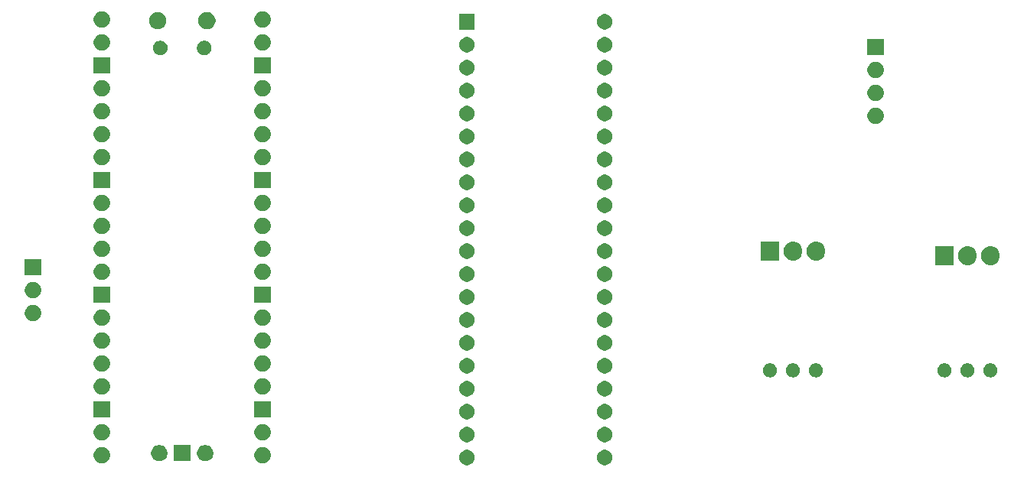
<source format=gbr>
G04 #@! TF.GenerationSoftware,KiCad,Pcbnew,5.1.5+dfsg1-2build2*
G04 #@! TF.CreationDate,2023-06-05T14:25:05+01:00*
G04 #@! TF.ProjectId,dumper_3780,64756d70-6572-45f3-9337-38302e6b6963,rev?*
G04 #@! TF.SameCoordinates,Original*
G04 #@! TF.FileFunction,Soldermask,Bot*
G04 #@! TF.FilePolarity,Negative*
%FSLAX46Y46*%
G04 Gerber Fmt 4.6, Leading zero omitted, Abs format (unit mm)*
G04 Created by KiCad (PCBNEW 5.1.5+dfsg1-2build2) date 2023-06-05 14:25:05*
%MOMM*%
%LPD*%
G04 APERTURE LIST*
%ADD10C,0.100000*%
G04 APERTURE END LIST*
D10*
G36*
X249676228Y-147517703D02*
G01*
X249831100Y-147581853D01*
X249970481Y-147674985D01*
X250089015Y-147793519D01*
X250182147Y-147932900D01*
X250246297Y-148087772D01*
X250279000Y-148252184D01*
X250279000Y-148419816D01*
X250246297Y-148584228D01*
X250182147Y-148739100D01*
X250089015Y-148878481D01*
X249970481Y-148997015D01*
X249831100Y-149090147D01*
X249676228Y-149154297D01*
X249511816Y-149187000D01*
X249344184Y-149187000D01*
X249179772Y-149154297D01*
X249024900Y-149090147D01*
X248885519Y-148997015D01*
X248766985Y-148878481D01*
X248673853Y-148739100D01*
X248609703Y-148584228D01*
X248577000Y-148419816D01*
X248577000Y-148252184D01*
X248609703Y-148087772D01*
X248673853Y-147932900D01*
X248766985Y-147793519D01*
X248885519Y-147674985D01*
X249024900Y-147581853D01*
X249179772Y-147517703D01*
X249344184Y-147485000D01*
X249511816Y-147485000D01*
X249676228Y-147517703D01*
G37*
G36*
X234436228Y-147517703D02*
G01*
X234591100Y-147581853D01*
X234730481Y-147674985D01*
X234849015Y-147793519D01*
X234942147Y-147932900D01*
X235006297Y-148087772D01*
X235039000Y-148252184D01*
X235039000Y-148419816D01*
X235006297Y-148584228D01*
X234942147Y-148739100D01*
X234849015Y-148878481D01*
X234730481Y-148997015D01*
X234591100Y-149090147D01*
X234436228Y-149154297D01*
X234271816Y-149187000D01*
X234104184Y-149187000D01*
X233939772Y-149154297D01*
X233784900Y-149090147D01*
X233645519Y-148997015D01*
X233526985Y-148878481D01*
X233433853Y-148739100D01*
X233369703Y-148584228D01*
X233337000Y-148419816D01*
X233337000Y-148252184D01*
X233369703Y-148087772D01*
X233433853Y-147932900D01*
X233526985Y-147793519D01*
X233645519Y-147674985D01*
X233784900Y-147581853D01*
X233939772Y-147517703D01*
X234104184Y-147485000D01*
X234271816Y-147485000D01*
X234436228Y-147517703D01*
G37*
G36*
X193915512Y-147185927D02*
G01*
X194064812Y-147215624D01*
X194228784Y-147283544D01*
X194376354Y-147382147D01*
X194501853Y-147507646D01*
X194600456Y-147655216D01*
X194668376Y-147819188D01*
X194703000Y-147993259D01*
X194703000Y-148170741D01*
X194668376Y-148344812D01*
X194600456Y-148508784D01*
X194501853Y-148656354D01*
X194376354Y-148781853D01*
X194228784Y-148880456D01*
X194064812Y-148948376D01*
X193915512Y-148978073D01*
X193890742Y-148983000D01*
X193713258Y-148983000D01*
X193688488Y-148978073D01*
X193539188Y-148948376D01*
X193375216Y-148880456D01*
X193227646Y-148781853D01*
X193102147Y-148656354D01*
X193003544Y-148508784D01*
X192935624Y-148344812D01*
X192901000Y-148170741D01*
X192901000Y-147993259D01*
X192935624Y-147819188D01*
X193003544Y-147655216D01*
X193102147Y-147507646D01*
X193227646Y-147382147D01*
X193375216Y-147283544D01*
X193539188Y-147215624D01*
X193688488Y-147185927D01*
X193713258Y-147181000D01*
X193890742Y-147181000D01*
X193915512Y-147185927D01*
G37*
G36*
X211695512Y-147185927D02*
G01*
X211844812Y-147215624D01*
X212008784Y-147283544D01*
X212156354Y-147382147D01*
X212281853Y-147507646D01*
X212380456Y-147655216D01*
X212448376Y-147819188D01*
X212483000Y-147993259D01*
X212483000Y-148170741D01*
X212448376Y-148344812D01*
X212380456Y-148508784D01*
X212281853Y-148656354D01*
X212156354Y-148781853D01*
X212008784Y-148880456D01*
X211844812Y-148948376D01*
X211695512Y-148978073D01*
X211670742Y-148983000D01*
X211493258Y-148983000D01*
X211468488Y-148978073D01*
X211319188Y-148948376D01*
X211155216Y-148880456D01*
X211007646Y-148781853D01*
X210882147Y-148656354D01*
X210783544Y-148508784D01*
X210715624Y-148344812D01*
X210681000Y-148170741D01*
X210681000Y-147993259D01*
X210715624Y-147819188D01*
X210783544Y-147655216D01*
X210882147Y-147507646D01*
X211007646Y-147382147D01*
X211155216Y-147283544D01*
X211319188Y-147215624D01*
X211468488Y-147185927D01*
X211493258Y-147181000D01*
X211670742Y-147181000D01*
X211695512Y-147185927D01*
G37*
G36*
X200265512Y-146955927D02*
G01*
X200414812Y-146985624D01*
X200578784Y-147053544D01*
X200726354Y-147152147D01*
X200851853Y-147277646D01*
X200950456Y-147425216D01*
X201018376Y-147589188D01*
X201053000Y-147763259D01*
X201053000Y-147940741D01*
X201018376Y-148114812D01*
X200950456Y-148278784D01*
X200851853Y-148426354D01*
X200726354Y-148551853D01*
X200578784Y-148650456D01*
X200414812Y-148718376D01*
X200265512Y-148748073D01*
X200240742Y-148753000D01*
X200063258Y-148753000D01*
X200038488Y-148748073D01*
X199889188Y-148718376D01*
X199725216Y-148650456D01*
X199577646Y-148551853D01*
X199452147Y-148426354D01*
X199353544Y-148278784D01*
X199285624Y-148114812D01*
X199251000Y-147940741D01*
X199251000Y-147763259D01*
X199285624Y-147589188D01*
X199353544Y-147425216D01*
X199452147Y-147277646D01*
X199577646Y-147152147D01*
X199725216Y-147053544D01*
X199889188Y-146985624D01*
X200038488Y-146955927D01*
X200063258Y-146951000D01*
X200240742Y-146951000D01*
X200265512Y-146955927D01*
G37*
G36*
X205345512Y-146955927D02*
G01*
X205494812Y-146985624D01*
X205658784Y-147053544D01*
X205806354Y-147152147D01*
X205931853Y-147277646D01*
X206030456Y-147425216D01*
X206098376Y-147589188D01*
X206133000Y-147763259D01*
X206133000Y-147940741D01*
X206098376Y-148114812D01*
X206030456Y-148278784D01*
X205931853Y-148426354D01*
X205806354Y-148551853D01*
X205658784Y-148650456D01*
X205494812Y-148718376D01*
X205345512Y-148748073D01*
X205320742Y-148753000D01*
X205143258Y-148753000D01*
X205118488Y-148748073D01*
X204969188Y-148718376D01*
X204805216Y-148650456D01*
X204657646Y-148551853D01*
X204532147Y-148426354D01*
X204433544Y-148278784D01*
X204365624Y-148114812D01*
X204331000Y-147940741D01*
X204331000Y-147763259D01*
X204365624Y-147589188D01*
X204433544Y-147425216D01*
X204532147Y-147277646D01*
X204657646Y-147152147D01*
X204805216Y-147053544D01*
X204969188Y-146985624D01*
X205118488Y-146955927D01*
X205143258Y-146951000D01*
X205320742Y-146951000D01*
X205345512Y-146955927D01*
G37*
G36*
X203593000Y-148753000D02*
G01*
X201791000Y-148753000D01*
X201791000Y-146951000D01*
X203593000Y-146951000D01*
X203593000Y-148753000D01*
G37*
G36*
X234436228Y-144977703D02*
G01*
X234591100Y-145041853D01*
X234730481Y-145134985D01*
X234849015Y-145253519D01*
X234942147Y-145392900D01*
X235006297Y-145547772D01*
X235039000Y-145712184D01*
X235039000Y-145879816D01*
X235006297Y-146044228D01*
X234942147Y-146199100D01*
X234849015Y-146338481D01*
X234730481Y-146457015D01*
X234591100Y-146550147D01*
X234436228Y-146614297D01*
X234271816Y-146647000D01*
X234104184Y-146647000D01*
X233939772Y-146614297D01*
X233784900Y-146550147D01*
X233645519Y-146457015D01*
X233526985Y-146338481D01*
X233433853Y-146199100D01*
X233369703Y-146044228D01*
X233337000Y-145879816D01*
X233337000Y-145712184D01*
X233369703Y-145547772D01*
X233433853Y-145392900D01*
X233526985Y-145253519D01*
X233645519Y-145134985D01*
X233784900Y-145041853D01*
X233939772Y-144977703D01*
X234104184Y-144945000D01*
X234271816Y-144945000D01*
X234436228Y-144977703D01*
G37*
G36*
X249676228Y-144977703D02*
G01*
X249831100Y-145041853D01*
X249970481Y-145134985D01*
X250089015Y-145253519D01*
X250182147Y-145392900D01*
X250246297Y-145547772D01*
X250279000Y-145712184D01*
X250279000Y-145879816D01*
X250246297Y-146044228D01*
X250182147Y-146199100D01*
X250089015Y-146338481D01*
X249970481Y-146457015D01*
X249831100Y-146550147D01*
X249676228Y-146614297D01*
X249511816Y-146647000D01*
X249344184Y-146647000D01*
X249179772Y-146614297D01*
X249024900Y-146550147D01*
X248885519Y-146457015D01*
X248766985Y-146338481D01*
X248673853Y-146199100D01*
X248609703Y-146044228D01*
X248577000Y-145879816D01*
X248577000Y-145712184D01*
X248609703Y-145547772D01*
X248673853Y-145392900D01*
X248766985Y-145253519D01*
X248885519Y-145134985D01*
X249024900Y-145041853D01*
X249179772Y-144977703D01*
X249344184Y-144945000D01*
X249511816Y-144945000D01*
X249676228Y-144977703D01*
G37*
G36*
X211695512Y-144645927D02*
G01*
X211844812Y-144675624D01*
X212008784Y-144743544D01*
X212156354Y-144842147D01*
X212281853Y-144967646D01*
X212380456Y-145115216D01*
X212448376Y-145279188D01*
X212483000Y-145453259D01*
X212483000Y-145630741D01*
X212448376Y-145804812D01*
X212380456Y-145968784D01*
X212281853Y-146116354D01*
X212156354Y-146241853D01*
X212008784Y-146340456D01*
X211844812Y-146408376D01*
X211695512Y-146438073D01*
X211670742Y-146443000D01*
X211493258Y-146443000D01*
X211468488Y-146438073D01*
X211319188Y-146408376D01*
X211155216Y-146340456D01*
X211007646Y-146241853D01*
X210882147Y-146116354D01*
X210783544Y-145968784D01*
X210715624Y-145804812D01*
X210681000Y-145630741D01*
X210681000Y-145453259D01*
X210715624Y-145279188D01*
X210783544Y-145115216D01*
X210882147Y-144967646D01*
X211007646Y-144842147D01*
X211155216Y-144743544D01*
X211319188Y-144675624D01*
X211468488Y-144645927D01*
X211493258Y-144641000D01*
X211670742Y-144641000D01*
X211695512Y-144645927D01*
G37*
G36*
X193915512Y-144645927D02*
G01*
X194064812Y-144675624D01*
X194228784Y-144743544D01*
X194376354Y-144842147D01*
X194501853Y-144967646D01*
X194600456Y-145115216D01*
X194668376Y-145279188D01*
X194703000Y-145453259D01*
X194703000Y-145630741D01*
X194668376Y-145804812D01*
X194600456Y-145968784D01*
X194501853Y-146116354D01*
X194376354Y-146241853D01*
X194228784Y-146340456D01*
X194064812Y-146408376D01*
X193915512Y-146438073D01*
X193890742Y-146443000D01*
X193713258Y-146443000D01*
X193688488Y-146438073D01*
X193539188Y-146408376D01*
X193375216Y-146340456D01*
X193227646Y-146241853D01*
X193102147Y-146116354D01*
X193003544Y-145968784D01*
X192935624Y-145804812D01*
X192901000Y-145630741D01*
X192901000Y-145453259D01*
X192935624Y-145279188D01*
X193003544Y-145115216D01*
X193102147Y-144967646D01*
X193227646Y-144842147D01*
X193375216Y-144743544D01*
X193539188Y-144675624D01*
X193688488Y-144645927D01*
X193713258Y-144641000D01*
X193890742Y-144641000D01*
X193915512Y-144645927D01*
G37*
G36*
X249676228Y-142437703D02*
G01*
X249831100Y-142501853D01*
X249970481Y-142594985D01*
X250089015Y-142713519D01*
X250182147Y-142852900D01*
X250246297Y-143007772D01*
X250279000Y-143172184D01*
X250279000Y-143339816D01*
X250246297Y-143504228D01*
X250182147Y-143659100D01*
X250089015Y-143798481D01*
X249970481Y-143917015D01*
X249831100Y-144010147D01*
X249676228Y-144074297D01*
X249511816Y-144107000D01*
X249344184Y-144107000D01*
X249179772Y-144074297D01*
X249024900Y-144010147D01*
X248885519Y-143917015D01*
X248766985Y-143798481D01*
X248673853Y-143659100D01*
X248609703Y-143504228D01*
X248577000Y-143339816D01*
X248577000Y-143172184D01*
X248609703Y-143007772D01*
X248673853Y-142852900D01*
X248766985Y-142713519D01*
X248885519Y-142594985D01*
X249024900Y-142501853D01*
X249179772Y-142437703D01*
X249344184Y-142405000D01*
X249511816Y-142405000D01*
X249676228Y-142437703D01*
G37*
G36*
X234436228Y-142437703D02*
G01*
X234591100Y-142501853D01*
X234730481Y-142594985D01*
X234849015Y-142713519D01*
X234942147Y-142852900D01*
X235006297Y-143007772D01*
X235039000Y-143172184D01*
X235039000Y-143339816D01*
X235006297Y-143504228D01*
X234942147Y-143659100D01*
X234849015Y-143798481D01*
X234730481Y-143917015D01*
X234591100Y-144010147D01*
X234436228Y-144074297D01*
X234271816Y-144107000D01*
X234104184Y-144107000D01*
X233939772Y-144074297D01*
X233784900Y-144010147D01*
X233645519Y-143917015D01*
X233526985Y-143798481D01*
X233433853Y-143659100D01*
X233369703Y-143504228D01*
X233337000Y-143339816D01*
X233337000Y-143172184D01*
X233369703Y-143007772D01*
X233433853Y-142852900D01*
X233526985Y-142713519D01*
X233645519Y-142594985D01*
X233784900Y-142501853D01*
X233939772Y-142437703D01*
X234104184Y-142405000D01*
X234271816Y-142405000D01*
X234436228Y-142437703D01*
G37*
G36*
X194703000Y-143903000D02*
G01*
X192901000Y-143903000D01*
X192901000Y-142101000D01*
X194703000Y-142101000D01*
X194703000Y-143903000D01*
G37*
G36*
X212483000Y-143903000D02*
G01*
X210681000Y-143903000D01*
X210681000Y-142101000D01*
X212483000Y-142101000D01*
X212483000Y-143903000D01*
G37*
G36*
X234436228Y-139897703D02*
G01*
X234591100Y-139961853D01*
X234730481Y-140054985D01*
X234849015Y-140173519D01*
X234942147Y-140312900D01*
X235006297Y-140467772D01*
X235039000Y-140632184D01*
X235039000Y-140799816D01*
X235006297Y-140964228D01*
X234942147Y-141119100D01*
X234849015Y-141258481D01*
X234730481Y-141377015D01*
X234591100Y-141470147D01*
X234436228Y-141534297D01*
X234271816Y-141567000D01*
X234104184Y-141567000D01*
X233939772Y-141534297D01*
X233784900Y-141470147D01*
X233645519Y-141377015D01*
X233526985Y-141258481D01*
X233433853Y-141119100D01*
X233369703Y-140964228D01*
X233337000Y-140799816D01*
X233337000Y-140632184D01*
X233369703Y-140467772D01*
X233433853Y-140312900D01*
X233526985Y-140173519D01*
X233645519Y-140054985D01*
X233784900Y-139961853D01*
X233939772Y-139897703D01*
X234104184Y-139865000D01*
X234271816Y-139865000D01*
X234436228Y-139897703D01*
G37*
G36*
X249676228Y-139897703D02*
G01*
X249831100Y-139961853D01*
X249970481Y-140054985D01*
X250089015Y-140173519D01*
X250182147Y-140312900D01*
X250246297Y-140467772D01*
X250279000Y-140632184D01*
X250279000Y-140799816D01*
X250246297Y-140964228D01*
X250182147Y-141119100D01*
X250089015Y-141258481D01*
X249970481Y-141377015D01*
X249831100Y-141470147D01*
X249676228Y-141534297D01*
X249511816Y-141567000D01*
X249344184Y-141567000D01*
X249179772Y-141534297D01*
X249024900Y-141470147D01*
X248885519Y-141377015D01*
X248766985Y-141258481D01*
X248673853Y-141119100D01*
X248609703Y-140964228D01*
X248577000Y-140799816D01*
X248577000Y-140632184D01*
X248609703Y-140467772D01*
X248673853Y-140312900D01*
X248766985Y-140173519D01*
X248885519Y-140054985D01*
X249024900Y-139961853D01*
X249179772Y-139897703D01*
X249344184Y-139865000D01*
X249511816Y-139865000D01*
X249676228Y-139897703D01*
G37*
G36*
X193915512Y-139565927D02*
G01*
X194064812Y-139595624D01*
X194228784Y-139663544D01*
X194376354Y-139762147D01*
X194501853Y-139887646D01*
X194600456Y-140035216D01*
X194668376Y-140199188D01*
X194703000Y-140373259D01*
X194703000Y-140550741D01*
X194668376Y-140724812D01*
X194600456Y-140888784D01*
X194501853Y-141036354D01*
X194376354Y-141161853D01*
X194228784Y-141260456D01*
X194064812Y-141328376D01*
X193915512Y-141358073D01*
X193890742Y-141363000D01*
X193713258Y-141363000D01*
X193688488Y-141358073D01*
X193539188Y-141328376D01*
X193375216Y-141260456D01*
X193227646Y-141161853D01*
X193102147Y-141036354D01*
X193003544Y-140888784D01*
X192935624Y-140724812D01*
X192901000Y-140550741D01*
X192901000Y-140373259D01*
X192935624Y-140199188D01*
X193003544Y-140035216D01*
X193102147Y-139887646D01*
X193227646Y-139762147D01*
X193375216Y-139663544D01*
X193539188Y-139595624D01*
X193688488Y-139565927D01*
X193713258Y-139561000D01*
X193890742Y-139561000D01*
X193915512Y-139565927D01*
G37*
G36*
X211695512Y-139565927D02*
G01*
X211844812Y-139595624D01*
X212008784Y-139663544D01*
X212156354Y-139762147D01*
X212281853Y-139887646D01*
X212380456Y-140035216D01*
X212448376Y-140199188D01*
X212483000Y-140373259D01*
X212483000Y-140550741D01*
X212448376Y-140724812D01*
X212380456Y-140888784D01*
X212281853Y-141036354D01*
X212156354Y-141161853D01*
X212008784Y-141260456D01*
X211844812Y-141328376D01*
X211695512Y-141358073D01*
X211670742Y-141363000D01*
X211493258Y-141363000D01*
X211468488Y-141358073D01*
X211319188Y-141328376D01*
X211155216Y-141260456D01*
X211007646Y-141161853D01*
X210882147Y-141036354D01*
X210783544Y-140888784D01*
X210715624Y-140724812D01*
X210681000Y-140550741D01*
X210681000Y-140373259D01*
X210715624Y-140199188D01*
X210783544Y-140035216D01*
X210882147Y-139887646D01*
X211007646Y-139762147D01*
X211155216Y-139663544D01*
X211319188Y-139595624D01*
X211468488Y-139565927D01*
X211493258Y-139561000D01*
X211670742Y-139561000D01*
X211695512Y-139565927D01*
G37*
G36*
X287145589Y-137922876D02*
G01*
X287244893Y-137942629D01*
X287385206Y-138000748D01*
X287511484Y-138085125D01*
X287618875Y-138192516D01*
X287703252Y-138318794D01*
X287761371Y-138459107D01*
X287791000Y-138608063D01*
X287791000Y-138759937D01*
X287761371Y-138908893D01*
X287703252Y-139049206D01*
X287618875Y-139175484D01*
X287511484Y-139282875D01*
X287385206Y-139367252D01*
X287244893Y-139425371D01*
X287145589Y-139445124D01*
X287095938Y-139455000D01*
X286944062Y-139455000D01*
X286894411Y-139445124D01*
X286795107Y-139425371D01*
X286654794Y-139367252D01*
X286528516Y-139282875D01*
X286421125Y-139175484D01*
X286336748Y-139049206D01*
X286278629Y-138908893D01*
X286249000Y-138759937D01*
X286249000Y-138608063D01*
X286278629Y-138459107D01*
X286336748Y-138318794D01*
X286421125Y-138192516D01*
X286528516Y-138085125D01*
X286654794Y-138000748D01*
X286795107Y-137942629D01*
X286894411Y-137922876D01*
X286944062Y-137913000D01*
X287095938Y-137913000D01*
X287145589Y-137922876D01*
G37*
G36*
X272921589Y-137922876D02*
G01*
X273020893Y-137942629D01*
X273161206Y-138000748D01*
X273287484Y-138085125D01*
X273394875Y-138192516D01*
X273479252Y-138318794D01*
X273537371Y-138459107D01*
X273567000Y-138608063D01*
X273567000Y-138759937D01*
X273537371Y-138908893D01*
X273479252Y-139049206D01*
X273394875Y-139175484D01*
X273287484Y-139282875D01*
X273161206Y-139367252D01*
X273020893Y-139425371D01*
X272921589Y-139445124D01*
X272871938Y-139455000D01*
X272720062Y-139455000D01*
X272670411Y-139445124D01*
X272571107Y-139425371D01*
X272430794Y-139367252D01*
X272304516Y-139282875D01*
X272197125Y-139175484D01*
X272112748Y-139049206D01*
X272054629Y-138908893D01*
X272025000Y-138759937D01*
X272025000Y-138608063D01*
X272054629Y-138459107D01*
X272112748Y-138318794D01*
X272197125Y-138192516D01*
X272304516Y-138085125D01*
X272430794Y-138000748D01*
X272571107Y-137942629D01*
X272670411Y-137922876D01*
X272720062Y-137913000D01*
X272871938Y-137913000D01*
X272921589Y-137922876D01*
G37*
G36*
X270381589Y-137922876D02*
G01*
X270480893Y-137942629D01*
X270621206Y-138000748D01*
X270747484Y-138085125D01*
X270854875Y-138192516D01*
X270939252Y-138318794D01*
X270997371Y-138459107D01*
X271027000Y-138608063D01*
X271027000Y-138759937D01*
X270997371Y-138908893D01*
X270939252Y-139049206D01*
X270854875Y-139175484D01*
X270747484Y-139282875D01*
X270621206Y-139367252D01*
X270480893Y-139425371D01*
X270381589Y-139445124D01*
X270331938Y-139455000D01*
X270180062Y-139455000D01*
X270130411Y-139445124D01*
X270031107Y-139425371D01*
X269890794Y-139367252D01*
X269764516Y-139282875D01*
X269657125Y-139175484D01*
X269572748Y-139049206D01*
X269514629Y-138908893D01*
X269485000Y-138759937D01*
X269485000Y-138608063D01*
X269514629Y-138459107D01*
X269572748Y-138318794D01*
X269657125Y-138192516D01*
X269764516Y-138085125D01*
X269890794Y-138000748D01*
X270031107Y-137942629D01*
X270130411Y-137922876D01*
X270180062Y-137913000D01*
X270331938Y-137913000D01*
X270381589Y-137922876D01*
G37*
G36*
X267841589Y-137922876D02*
G01*
X267940893Y-137942629D01*
X268081206Y-138000748D01*
X268207484Y-138085125D01*
X268314875Y-138192516D01*
X268399252Y-138318794D01*
X268457371Y-138459107D01*
X268487000Y-138608063D01*
X268487000Y-138759937D01*
X268457371Y-138908893D01*
X268399252Y-139049206D01*
X268314875Y-139175484D01*
X268207484Y-139282875D01*
X268081206Y-139367252D01*
X267940893Y-139425371D01*
X267841589Y-139445124D01*
X267791938Y-139455000D01*
X267640062Y-139455000D01*
X267590411Y-139445124D01*
X267491107Y-139425371D01*
X267350794Y-139367252D01*
X267224516Y-139282875D01*
X267117125Y-139175484D01*
X267032748Y-139049206D01*
X266974629Y-138908893D01*
X266945000Y-138759937D01*
X266945000Y-138608063D01*
X266974629Y-138459107D01*
X267032748Y-138318794D01*
X267117125Y-138192516D01*
X267224516Y-138085125D01*
X267350794Y-138000748D01*
X267491107Y-137942629D01*
X267590411Y-137922876D01*
X267640062Y-137913000D01*
X267791938Y-137913000D01*
X267841589Y-137922876D01*
G37*
G36*
X292225589Y-137922876D02*
G01*
X292324893Y-137942629D01*
X292465206Y-138000748D01*
X292591484Y-138085125D01*
X292698875Y-138192516D01*
X292783252Y-138318794D01*
X292841371Y-138459107D01*
X292871000Y-138608063D01*
X292871000Y-138759937D01*
X292841371Y-138908893D01*
X292783252Y-139049206D01*
X292698875Y-139175484D01*
X292591484Y-139282875D01*
X292465206Y-139367252D01*
X292324893Y-139425371D01*
X292225589Y-139445124D01*
X292175938Y-139455000D01*
X292024062Y-139455000D01*
X291974411Y-139445124D01*
X291875107Y-139425371D01*
X291734794Y-139367252D01*
X291608516Y-139282875D01*
X291501125Y-139175484D01*
X291416748Y-139049206D01*
X291358629Y-138908893D01*
X291329000Y-138759937D01*
X291329000Y-138608063D01*
X291358629Y-138459107D01*
X291416748Y-138318794D01*
X291501125Y-138192516D01*
X291608516Y-138085125D01*
X291734794Y-138000748D01*
X291875107Y-137942629D01*
X291974411Y-137922876D01*
X292024062Y-137913000D01*
X292175938Y-137913000D01*
X292225589Y-137922876D01*
G37*
G36*
X289685589Y-137922876D02*
G01*
X289784893Y-137942629D01*
X289925206Y-138000748D01*
X290051484Y-138085125D01*
X290158875Y-138192516D01*
X290243252Y-138318794D01*
X290301371Y-138459107D01*
X290331000Y-138608063D01*
X290331000Y-138759937D01*
X290301371Y-138908893D01*
X290243252Y-139049206D01*
X290158875Y-139175484D01*
X290051484Y-139282875D01*
X289925206Y-139367252D01*
X289784893Y-139425371D01*
X289685589Y-139445124D01*
X289635938Y-139455000D01*
X289484062Y-139455000D01*
X289434411Y-139445124D01*
X289335107Y-139425371D01*
X289194794Y-139367252D01*
X289068516Y-139282875D01*
X288961125Y-139175484D01*
X288876748Y-139049206D01*
X288818629Y-138908893D01*
X288789000Y-138759937D01*
X288789000Y-138608063D01*
X288818629Y-138459107D01*
X288876748Y-138318794D01*
X288961125Y-138192516D01*
X289068516Y-138085125D01*
X289194794Y-138000748D01*
X289335107Y-137942629D01*
X289434411Y-137922876D01*
X289484062Y-137913000D01*
X289635938Y-137913000D01*
X289685589Y-137922876D01*
G37*
G36*
X234436228Y-137357703D02*
G01*
X234591100Y-137421853D01*
X234730481Y-137514985D01*
X234849015Y-137633519D01*
X234942147Y-137772900D01*
X235006297Y-137927772D01*
X235039000Y-138092184D01*
X235039000Y-138259816D01*
X235006297Y-138424228D01*
X234942147Y-138579100D01*
X234849015Y-138718481D01*
X234730481Y-138837015D01*
X234591100Y-138930147D01*
X234436228Y-138994297D01*
X234271816Y-139027000D01*
X234104184Y-139027000D01*
X233939772Y-138994297D01*
X233784900Y-138930147D01*
X233645519Y-138837015D01*
X233526985Y-138718481D01*
X233433853Y-138579100D01*
X233369703Y-138424228D01*
X233337000Y-138259816D01*
X233337000Y-138092184D01*
X233369703Y-137927772D01*
X233433853Y-137772900D01*
X233526985Y-137633519D01*
X233645519Y-137514985D01*
X233784900Y-137421853D01*
X233939772Y-137357703D01*
X234104184Y-137325000D01*
X234271816Y-137325000D01*
X234436228Y-137357703D01*
G37*
G36*
X249676228Y-137357703D02*
G01*
X249831100Y-137421853D01*
X249970481Y-137514985D01*
X250089015Y-137633519D01*
X250182147Y-137772900D01*
X250246297Y-137927772D01*
X250279000Y-138092184D01*
X250279000Y-138259816D01*
X250246297Y-138424228D01*
X250182147Y-138579100D01*
X250089015Y-138718481D01*
X249970481Y-138837015D01*
X249831100Y-138930147D01*
X249676228Y-138994297D01*
X249511816Y-139027000D01*
X249344184Y-139027000D01*
X249179772Y-138994297D01*
X249024900Y-138930147D01*
X248885519Y-138837015D01*
X248766985Y-138718481D01*
X248673853Y-138579100D01*
X248609703Y-138424228D01*
X248577000Y-138259816D01*
X248577000Y-138092184D01*
X248609703Y-137927772D01*
X248673853Y-137772900D01*
X248766985Y-137633519D01*
X248885519Y-137514985D01*
X249024900Y-137421853D01*
X249179772Y-137357703D01*
X249344184Y-137325000D01*
X249511816Y-137325000D01*
X249676228Y-137357703D01*
G37*
G36*
X193915512Y-137025927D02*
G01*
X194064812Y-137055624D01*
X194228784Y-137123544D01*
X194376354Y-137222147D01*
X194501853Y-137347646D01*
X194600456Y-137495216D01*
X194668376Y-137659188D01*
X194703000Y-137833259D01*
X194703000Y-138010741D01*
X194668376Y-138184812D01*
X194600456Y-138348784D01*
X194501853Y-138496354D01*
X194376354Y-138621853D01*
X194228784Y-138720456D01*
X194064812Y-138788376D01*
X193915512Y-138818073D01*
X193890742Y-138823000D01*
X193713258Y-138823000D01*
X193688488Y-138818073D01*
X193539188Y-138788376D01*
X193375216Y-138720456D01*
X193227646Y-138621853D01*
X193102147Y-138496354D01*
X193003544Y-138348784D01*
X192935624Y-138184812D01*
X192901000Y-138010741D01*
X192901000Y-137833259D01*
X192935624Y-137659188D01*
X193003544Y-137495216D01*
X193102147Y-137347646D01*
X193227646Y-137222147D01*
X193375216Y-137123544D01*
X193539188Y-137055624D01*
X193688488Y-137025927D01*
X193713258Y-137021000D01*
X193890742Y-137021000D01*
X193915512Y-137025927D01*
G37*
G36*
X211695512Y-137025927D02*
G01*
X211844812Y-137055624D01*
X212008784Y-137123544D01*
X212156354Y-137222147D01*
X212281853Y-137347646D01*
X212380456Y-137495216D01*
X212448376Y-137659188D01*
X212483000Y-137833259D01*
X212483000Y-138010741D01*
X212448376Y-138184812D01*
X212380456Y-138348784D01*
X212281853Y-138496354D01*
X212156354Y-138621853D01*
X212008784Y-138720456D01*
X211844812Y-138788376D01*
X211695512Y-138818073D01*
X211670742Y-138823000D01*
X211493258Y-138823000D01*
X211468488Y-138818073D01*
X211319188Y-138788376D01*
X211155216Y-138720456D01*
X211007646Y-138621853D01*
X210882147Y-138496354D01*
X210783544Y-138348784D01*
X210715624Y-138184812D01*
X210681000Y-138010741D01*
X210681000Y-137833259D01*
X210715624Y-137659188D01*
X210783544Y-137495216D01*
X210882147Y-137347646D01*
X211007646Y-137222147D01*
X211155216Y-137123544D01*
X211319188Y-137055624D01*
X211468488Y-137025927D01*
X211493258Y-137021000D01*
X211670742Y-137021000D01*
X211695512Y-137025927D01*
G37*
G36*
X249676228Y-134817703D02*
G01*
X249831100Y-134881853D01*
X249970481Y-134974985D01*
X250089015Y-135093519D01*
X250182147Y-135232900D01*
X250246297Y-135387772D01*
X250279000Y-135552184D01*
X250279000Y-135719816D01*
X250246297Y-135884228D01*
X250182147Y-136039100D01*
X250089015Y-136178481D01*
X249970481Y-136297015D01*
X249831100Y-136390147D01*
X249676228Y-136454297D01*
X249511816Y-136487000D01*
X249344184Y-136487000D01*
X249179772Y-136454297D01*
X249024900Y-136390147D01*
X248885519Y-136297015D01*
X248766985Y-136178481D01*
X248673853Y-136039100D01*
X248609703Y-135884228D01*
X248577000Y-135719816D01*
X248577000Y-135552184D01*
X248609703Y-135387772D01*
X248673853Y-135232900D01*
X248766985Y-135093519D01*
X248885519Y-134974985D01*
X249024900Y-134881853D01*
X249179772Y-134817703D01*
X249344184Y-134785000D01*
X249511816Y-134785000D01*
X249676228Y-134817703D01*
G37*
G36*
X234436228Y-134817703D02*
G01*
X234591100Y-134881853D01*
X234730481Y-134974985D01*
X234849015Y-135093519D01*
X234942147Y-135232900D01*
X235006297Y-135387772D01*
X235039000Y-135552184D01*
X235039000Y-135719816D01*
X235006297Y-135884228D01*
X234942147Y-136039100D01*
X234849015Y-136178481D01*
X234730481Y-136297015D01*
X234591100Y-136390147D01*
X234436228Y-136454297D01*
X234271816Y-136487000D01*
X234104184Y-136487000D01*
X233939772Y-136454297D01*
X233784900Y-136390147D01*
X233645519Y-136297015D01*
X233526985Y-136178481D01*
X233433853Y-136039100D01*
X233369703Y-135884228D01*
X233337000Y-135719816D01*
X233337000Y-135552184D01*
X233369703Y-135387772D01*
X233433853Y-135232900D01*
X233526985Y-135093519D01*
X233645519Y-134974985D01*
X233784900Y-134881853D01*
X233939772Y-134817703D01*
X234104184Y-134785000D01*
X234271816Y-134785000D01*
X234436228Y-134817703D01*
G37*
G36*
X211695512Y-134485927D02*
G01*
X211844812Y-134515624D01*
X212008784Y-134583544D01*
X212156354Y-134682147D01*
X212281853Y-134807646D01*
X212380456Y-134955216D01*
X212448376Y-135119188D01*
X212483000Y-135293259D01*
X212483000Y-135470741D01*
X212448376Y-135644812D01*
X212380456Y-135808784D01*
X212281853Y-135956354D01*
X212156354Y-136081853D01*
X212008784Y-136180456D01*
X211844812Y-136248376D01*
X211695512Y-136278073D01*
X211670742Y-136283000D01*
X211493258Y-136283000D01*
X211468488Y-136278073D01*
X211319188Y-136248376D01*
X211155216Y-136180456D01*
X211007646Y-136081853D01*
X210882147Y-135956354D01*
X210783544Y-135808784D01*
X210715624Y-135644812D01*
X210681000Y-135470741D01*
X210681000Y-135293259D01*
X210715624Y-135119188D01*
X210783544Y-134955216D01*
X210882147Y-134807646D01*
X211007646Y-134682147D01*
X211155216Y-134583544D01*
X211319188Y-134515624D01*
X211468488Y-134485927D01*
X211493258Y-134481000D01*
X211670742Y-134481000D01*
X211695512Y-134485927D01*
G37*
G36*
X193915512Y-134485927D02*
G01*
X194064812Y-134515624D01*
X194228784Y-134583544D01*
X194376354Y-134682147D01*
X194501853Y-134807646D01*
X194600456Y-134955216D01*
X194668376Y-135119188D01*
X194703000Y-135293259D01*
X194703000Y-135470741D01*
X194668376Y-135644812D01*
X194600456Y-135808784D01*
X194501853Y-135956354D01*
X194376354Y-136081853D01*
X194228784Y-136180456D01*
X194064812Y-136248376D01*
X193915512Y-136278073D01*
X193890742Y-136283000D01*
X193713258Y-136283000D01*
X193688488Y-136278073D01*
X193539188Y-136248376D01*
X193375216Y-136180456D01*
X193227646Y-136081853D01*
X193102147Y-135956354D01*
X193003544Y-135808784D01*
X192935624Y-135644812D01*
X192901000Y-135470741D01*
X192901000Y-135293259D01*
X192935624Y-135119188D01*
X193003544Y-134955216D01*
X193102147Y-134807646D01*
X193227646Y-134682147D01*
X193375216Y-134583544D01*
X193539188Y-134515624D01*
X193688488Y-134485927D01*
X193713258Y-134481000D01*
X193890742Y-134481000D01*
X193915512Y-134485927D01*
G37*
G36*
X249676228Y-132277703D02*
G01*
X249831100Y-132341853D01*
X249970481Y-132434985D01*
X250089015Y-132553519D01*
X250182147Y-132692900D01*
X250246297Y-132847772D01*
X250279000Y-133012184D01*
X250279000Y-133179816D01*
X250246297Y-133344228D01*
X250182147Y-133499100D01*
X250089015Y-133638481D01*
X249970481Y-133757015D01*
X249831100Y-133850147D01*
X249676228Y-133914297D01*
X249511816Y-133947000D01*
X249344184Y-133947000D01*
X249179772Y-133914297D01*
X249024900Y-133850147D01*
X248885519Y-133757015D01*
X248766985Y-133638481D01*
X248673853Y-133499100D01*
X248609703Y-133344228D01*
X248577000Y-133179816D01*
X248577000Y-133012184D01*
X248609703Y-132847772D01*
X248673853Y-132692900D01*
X248766985Y-132553519D01*
X248885519Y-132434985D01*
X249024900Y-132341853D01*
X249179772Y-132277703D01*
X249344184Y-132245000D01*
X249511816Y-132245000D01*
X249676228Y-132277703D01*
G37*
G36*
X234436228Y-132277703D02*
G01*
X234591100Y-132341853D01*
X234730481Y-132434985D01*
X234849015Y-132553519D01*
X234942147Y-132692900D01*
X235006297Y-132847772D01*
X235039000Y-133012184D01*
X235039000Y-133179816D01*
X235006297Y-133344228D01*
X234942147Y-133499100D01*
X234849015Y-133638481D01*
X234730481Y-133757015D01*
X234591100Y-133850147D01*
X234436228Y-133914297D01*
X234271816Y-133947000D01*
X234104184Y-133947000D01*
X233939772Y-133914297D01*
X233784900Y-133850147D01*
X233645519Y-133757015D01*
X233526985Y-133638481D01*
X233433853Y-133499100D01*
X233369703Y-133344228D01*
X233337000Y-133179816D01*
X233337000Y-133012184D01*
X233369703Y-132847772D01*
X233433853Y-132692900D01*
X233526985Y-132553519D01*
X233645519Y-132434985D01*
X233784900Y-132341853D01*
X233939772Y-132277703D01*
X234104184Y-132245000D01*
X234271816Y-132245000D01*
X234436228Y-132277703D01*
G37*
G36*
X193915512Y-131945927D02*
G01*
X194064812Y-131975624D01*
X194228784Y-132043544D01*
X194376354Y-132142147D01*
X194501853Y-132267646D01*
X194600456Y-132415216D01*
X194668376Y-132579188D01*
X194703000Y-132753259D01*
X194703000Y-132930741D01*
X194668376Y-133104812D01*
X194600456Y-133268784D01*
X194501853Y-133416354D01*
X194376354Y-133541853D01*
X194228784Y-133640456D01*
X194064812Y-133708376D01*
X193915512Y-133738073D01*
X193890742Y-133743000D01*
X193713258Y-133743000D01*
X193688488Y-133738073D01*
X193539188Y-133708376D01*
X193375216Y-133640456D01*
X193227646Y-133541853D01*
X193102147Y-133416354D01*
X193003544Y-133268784D01*
X192935624Y-133104812D01*
X192901000Y-132930741D01*
X192901000Y-132753259D01*
X192935624Y-132579188D01*
X193003544Y-132415216D01*
X193102147Y-132267646D01*
X193227646Y-132142147D01*
X193375216Y-132043544D01*
X193539188Y-131975624D01*
X193688488Y-131945927D01*
X193713258Y-131941000D01*
X193890742Y-131941000D01*
X193915512Y-131945927D01*
G37*
G36*
X211695512Y-131945927D02*
G01*
X211844812Y-131975624D01*
X212008784Y-132043544D01*
X212156354Y-132142147D01*
X212281853Y-132267646D01*
X212380456Y-132415216D01*
X212448376Y-132579188D01*
X212483000Y-132753259D01*
X212483000Y-132930741D01*
X212448376Y-133104812D01*
X212380456Y-133268784D01*
X212281853Y-133416354D01*
X212156354Y-133541853D01*
X212008784Y-133640456D01*
X211844812Y-133708376D01*
X211695512Y-133738073D01*
X211670742Y-133743000D01*
X211493258Y-133743000D01*
X211468488Y-133738073D01*
X211319188Y-133708376D01*
X211155216Y-133640456D01*
X211007646Y-133541853D01*
X210882147Y-133416354D01*
X210783544Y-133268784D01*
X210715624Y-133104812D01*
X210681000Y-132930741D01*
X210681000Y-132753259D01*
X210715624Y-132579188D01*
X210783544Y-132415216D01*
X210882147Y-132267646D01*
X211007646Y-132142147D01*
X211155216Y-132043544D01*
X211319188Y-131975624D01*
X211468488Y-131945927D01*
X211493258Y-131941000D01*
X211670742Y-131941000D01*
X211695512Y-131945927D01*
G37*
G36*
X186295512Y-131437927D02*
G01*
X186444812Y-131467624D01*
X186608784Y-131535544D01*
X186756354Y-131634147D01*
X186881853Y-131759646D01*
X186980456Y-131907216D01*
X187048376Y-132071188D01*
X187062490Y-132142147D01*
X187082949Y-132245000D01*
X187083000Y-132245259D01*
X187083000Y-132422741D01*
X187048376Y-132596812D01*
X186980456Y-132760784D01*
X186881853Y-132908354D01*
X186756354Y-133033853D01*
X186608784Y-133132456D01*
X186444812Y-133200376D01*
X186295512Y-133230073D01*
X186270742Y-133235000D01*
X186093258Y-133235000D01*
X186068488Y-133230073D01*
X185919188Y-133200376D01*
X185755216Y-133132456D01*
X185607646Y-133033853D01*
X185482147Y-132908354D01*
X185383544Y-132760784D01*
X185315624Y-132596812D01*
X185281000Y-132422741D01*
X185281000Y-132245259D01*
X185281052Y-132245000D01*
X185301510Y-132142147D01*
X185315624Y-132071188D01*
X185383544Y-131907216D01*
X185482147Y-131759646D01*
X185607646Y-131634147D01*
X185755216Y-131535544D01*
X185919188Y-131467624D01*
X186068488Y-131437927D01*
X186093258Y-131433000D01*
X186270742Y-131433000D01*
X186295512Y-131437927D01*
G37*
G36*
X234436228Y-129737703D02*
G01*
X234591100Y-129801853D01*
X234730481Y-129894985D01*
X234849015Y-130013519D01*
X234942147Y-130152900D01*
X235006297Y-130307772D01*
X235039000Y-130472184D01*
X235039000Y-130639816D01*
X235006297Y-130804228D01*
X234942147Y-130959100D01*
X234849015Y-131098481D01*
X234730481Y-131217015D01*
X234591100Y-131310147D01*
X234436228Y-131374297D01*
X234271816Y-131407000D01*
X234104184Y-131407000D01*
X233939772Y-131374297D01*
X233784900Y-131310147D01*
X233645519Y-131217015D01*
X233526985Y-131098481D01*
X233433853Y-130959100D01*
X233369703Y-130804228D01*
X233337000Y-130639816D01*
X233337000Y-130472184D01*
X233369703Y-130307772D01*
X233433853Y-130152900D01*
X233526985Y-130013519D01*
X233645519Y-129894985D01*
X233784900Y-129801853D01*
X233939772Y-129737703D01*
X234104184Y-129705000D01*
X234271816Y-129705000D01*
X234436228Y-129737703D01*
G37*
G36*
X249676228Y-129737703D02*
G01*
X249831100Y-129801853D01*
X249970481Y-129894985D01*
X250089015Y-130013519D01*
X250182147Y-130152900D01*
X250246297Y-130307772D01*
X250279000Y-130472184D01*
X250279000Y-130639816D01*
X250246297Y-130804228D01*
X250182147Y-130959100D01*
X250089015Y-131098481D01*
X249970481Y-131217015D01*
X249831100Y-131310147D01*
X249676228Y-131374297D01*
X249511816Y-131407000D01*
X249344184Y-131407000D01*
X249179772Y-131374297D01*
X249024900Y-131310147D01*
X248885519Y-131217015D01*
X248766985Y-131098481D01*
X248673853Y-130959100D01*
X248609703Y-130804228D01*
X248577000Y-130639816D01*
X248577000Y-130472184D01*
X248609703Y-130307772D01*
X248673853Y-130152900D01*
X248766985Y-130013519D01*
X248885519Y-129894985D01*
X249024900Y-129801853D01*
X249179772Y-129737703D01*
X249344184Y-129705000D01*
X249511816Y-129705000D01*
X249676228Y-129737703D01*
G37*
G36*
X212483000Y-131203000D02*
G01*
X210681000Y-131203000D01*
X210681000Y-129401000D01*
X212483000Y-129401000D01*
X212483000Y-131203000D01*
G37*
G36*
X194703000Y-131203000D02*
G01*
X192901000Y-131203000D01*
X192901000Y-129401000D01*
X194703000Y-129401000D01*
X194703000Y-131203000D01*
G37*
G36*
X186295512Y-128897927D02*
G01*
X186444812Y-128927624D01*
X186608784Y-128995544D01*
X186756354Y-129094147D01*
X186881853Y-129219646D01*
X186980456Y-129367216D01*
X187048376Y-129531188D01*
X187078073Y-129680488D01*
X187082949Y-129705000D01*
X187083000Y-129705259D01*
X187083000Y-129882741D01*
X187048376Y-130056812D01*
X186980456Y-130220784D01*
X186881853Y-130368354D01*
X186756354Y-130493853D01*
X186608784Y-130592456D01*
X186444812Y-130660376D01*
X186295512Y-130690073D01*
X186270742Y-130695000D01*
X186093258Y-130695000D01*
X186068488Y-130690073D01*
X185919188Y-130660376D01*
X185755216Y-130592456D01*
X185607646Y-130493853D01*
X185482147Y-130368354D01*
X185383544Y-130220784D01*
X185315624Y-130056812D01*
X185281000Y-129882741D01*
X185281000Y-129705259D01*
X185281052Y-129705000D01*
X185285927Y-129680488D01*
X185315624Y-129531188D01*
X185383544Y-129367216D01*
X185482147Y-129219646D01*
X185607646Y-129094147D01*
X185755216Y-128995544D01*
X185919188Y-128927624D01*
X186068488Y-128897927D01*
X186093258Y-128893000D01*
X186270742Y-128893000D01*
X186295512Y-128897927D01*
G37*
G36*
X249676228Y-127197703D02*
G01*
X249831100Y-127261853D01*
X249970481Y-127354985D01*
X250089015Y-127473519D01*
X250182147Y-127612900D01*
X250246297Y-127767772D01*
X250279000Y-127932184D01*
X250279000Y-128099816D01*
X250246297Y-128264228D01*
X250182147Y-128419100D01*
X250089015Y-128558481D01*
X249970481Y-128677015D01*
X249831100Y-128770147D01*
X249676228Y-128834297D01*
X249511816Y-128867000D01*
X249344184Y-128867000D01*
X249179772Y-128834297D01*
X249024900Y-128770147D01*
X248885519Y-128677015D01*
X248766985Y-128558481D01*
X248673853Y-128419100D01*
X248609703Y-128264228D01*
X248577000Y-128099816D01*
X248577000Y-127932184D01*
X248609703Y-127767772D01*
X248673853Y-127612900D01*
X248766985Y-127473519D01*
X248885519Y-127354985D01*
X249024900Y-127261853D01*
X249179772Y-127197703D01*
X249344184Y-127165000D01*
X249511816Y-127165000D01*
X249676228Y-127197703D01*
G37*
G36*
X234436228Y-127197703D02*
G01*
X234591100Y-127261853D01*
X234730481Y-127354985D01*
X234849015Y-127473519D01*
X234942147Y-127612900D01*
X235006297Y-127767772D01*
X235039000Y-127932184D01*
X235039000Y-128099816D01*
X235006297Y-128264228D01*
X234942147Y-128419100D01*
X234849015Y-128558481D01*
X234730481Y-128677015D01*
X234591100Y-128770147D01*
X234436228Y-128834297D01*
X234271816Y-128867000D01*
X234104184Y-128867000D01*
X233939772Y-128834297D01*
X233784900Y-128770147D01*
X233645519Y-128677015D01*
X233526985Y-128558481D01*
X233433853Y-128419100D01*
X233369703Y-128264228D01*
X233337000Y-128099816D01*
X233337000Y-127932184D01*
X233369703Y-127767772D01*
X233433853Y-127612900D01*
X233526985Y-127473519D01*
X233645519Y-127354985D01*
X233784900Y-127261853D01*
X233939772Y-127197703D01*
X234104184Y-127165000D01*
X234271816Y-127165000D01*
X234436228Y-127197703D01*
G37*
G36*
X211695512Y-126865927D02*
G01*
X211844812Y-126895624D01*
X212008784Y-126963544D01*
X212156354Y-127062147D01*
X212281853Y-127187646D01*
X212380456Y-127335216D01*
X212448376Y-127499188D01*
X212483000Y-127673259D01*
X212483000Y-127850741D01*
X212448376Y-128024812D01*
X212380456Y-128188784D01*
X212281853Y-128336354D01*
X212156354Y-128461853D01*
X212008784Y-128560456D01*
X211844812Y-128628376D01*
X211695512Y-128658073D01*
X211670742Y-128663000D01*
X211493258Y-128663000D01*
X211468488Y-128658073D01*
X211319188Y-128628376D01*
X211155216Y-128560456D01*
X211007646Y-128461853D01*
X210882147Y-128336354D01*
X210783544Y-128188784D01*
X210715624Y-128024812D01*
X210681000Y-127850741D01*
X210681000Y-127673259D01*
X210715624Y-127499188D01*
X210783544Y-127335216D01*
X210882147Y-127187646D01*
X211007646Y-127062147D01*
X211155216Y-126963544D01*
X211319188Y-126895624D01*
X211468488Y-126865927D01*
X211493258Y-126861000D01*
X211670742Y-126861000D01*
X211695512Y-126865927D01*
G37*
G36*
X193915512Y-126865927D02*
G01*
X194064812Y-126895624D01*
X194228784Y-126963544D01*
X194376354Y-127062147D01*
X194501853Y-127187646D01*
X194600456Y-127335216D01*
X194668376Y-127499188D01*
X194703000Y-127673259D01*
X194703000Y-127850741D01*
X194668376Y-128024812D01*
X194600456Y-128188784D01*
X194501853Y-128336354D01*
X194376354Y-128461853D01*
X194228784Y-128560456D01*
X194064812Y-128628376D01*
X193915512Y-128658073D01*
X193890742Y-128663000D01*
X193713258Y-128663000D01*
X193688488Y-128658073D01*
X193539188Y-128628376D01*
X193375216Y-128560456D01*
X193227646Y-128461853D01*
X193102147Y-128336354D01*
X193003544Y-128188784D01*
X192935624Y-128024812D01*
X192901000Y-127850741D01*
X192901000Y-127673259D01*
X192935624Y-127499188D01*
X193003544Y-127335216D01*
X193102147Y-127187646D01*
X193227646Y-127062147D01*
X193375216Y-126963544D01*
X193539188Y-126895624D01*
X193688488Y-126865927D01*
X193713258Y-126861000D01*
X193890742Y-126861000D01*
X193915512Y-126865927D01*
G37*
G36*
X187083000Y-128155000D02*
G01*
X185281000Y-128155000D01*
X185281000Y-126353000D01*
X187083000Y-126353000D01*
X187083000Y-128155000D01*
G37*
G36*
X289756719Y-124947520D02*
G01*
X289945880Y-125004901D01*
X289945883Y-125004902D01*
X290016442Y-125042617D01*
X290120212Y-125098083D01*
X290273015Y-125223485D01*
X290398417Y-125376288D01*
X290491599Y-125550619D01*
X290548980Y-125739780D01*
X290563500Y-125887206D01*
X290563500Y-126080793D01*
X290548980Y-126228219D01*
X290519015Y-126327000D01*
X290491598Y-126417383D01*
X290471438Y-126455099D01*
X290398417Y-126591712D01*
X290273015Y-126744515D01*
X290120212Y-126869917D01*
X289945881Y-126963099D01*
X289756720Y-127020480D01*
X289560000Y-127039855D01*
X289363281Y-127020480D01*
X289174120Y-126963099D01*
X288999788Y-126869917D01*
X288846985Y-126744515D01*
X288721583Y-126591712D01*
X288628401Y-126417381D01*
X288571020Y-126228220D01*
X288556500Y-126080794D01*
X288556500Y-125887207D01*
X288571020Y-125739781D01*
X288628401Y-125550620D01*
X288628402Y-125550617D01*
X288713086Y-125392185D01*
X288721583Y-125376288D01*
X288846985Y-125223485D01*
X288999788Y-125098083D01*
X289174119Y-125004901D01*
X289363280Y-124947520D01*
X289560000Y-124928145D01*
X289756719Y-124947520D01*
G37*
G36*
X292296719Y-124947520D02*
G01*
X292485880Y-125004901D01*
X292485883Y-125004902D01*
X292556442Y-125042617D01*
X292660212Y-125098083D01*
X292813015Y-125223485D01*
X292938417Y-125376288D01*
X293031599Y-125550619D01*
X293088980Y-125739780D01*
X293103500Y-125887206D01*
X293103500Y-126080793D01*
X293088980Y-126228219D01*
X293059015Y-126327000D01*
X293031598Y-126417383D01*
X293011438Y-126455099D01*
X292938417Y-126591712D01*
X292813015Y-126744515D01*
X292660212Y-126869917D01*
X292485881Y-126963099D01*
X292296720Y-127020480D01*
X292100000Y-127039855D01*
X291903281Y-127020480D01*
X291714120Y-126963099D01*
X291539788Y-126869917D01*
X291386985Y-126744515D01*
X291261583Y-126591712D01*
X291168401Y-126417381D01*
X291111020Y-126228220D01*
X291096500Y-126080794D01*
X291096500Y-125887207D01*
X291111020Y-125739781D01*
X291168401Y-125550620D01*
X291168402Y-125550617D01*
X291253086Y-125392185D01*
X291261583Y-125376288D01*
X291386985Y-125223485D01*
X291539788Y-125098083D01*
X291714119Y-125004901D01*
X291903280Y-124947520D01*
X292100000Y-124928145D01*
X292296719Y-124947520D01*
G37*
G36*
X288023500Y-127035000D02*
G01*
X286016500Y-127035000D01*
X286016500Y-124933000D01*
X288023500Y-124933000D01*
X288023500Y-127035000D01*
G37*
G36*
X270452719Y-124439520D02*
G01*
X270641880Y-124496901D01*
X270641883Y-124496902D01*
X270734333Y-124546318D01*
X270816212Y-124590083D01*
X270969015Y-124715485D01*
X271094417Y-124868288D01*
X271187599Y-125042619D01*
X271244980Y-125231780D01*
X271259500Y-125379206D01*
X271259500Y-125572793D01*
X271244980Y-125720219D01*
X271196785Y-125879097D01*
X271187598Y-125909383D01*
X271138182Y-126001833D01*
X271094417Y-126083712D01*
X270969015Y-126236515D01*
X270816212Y-126361917D01*
X270641881Y-126455099D01*
X270452720Y-126512480D01*
X270256000Y-126531855D01*
X270059281Y-126512480D01*
X269870120Y-126455099D01*
X269695788Y-126361917D01*
X269542985Y-126236515D01*
X269417583Y-126083712D01*
X269324401Y-125909381D01*
X269267020Y-125720220D01*
X269252500Y-125572794D01*
X269252500Y-125379207D01*
X269267020Y-125231781D01*
X269324401Y-125042620D01*
X269324402Y-125042617D01*
X269382716Y-124933520D01*
X269417583Y-124868288D01*
X269542985Y-124715485D01*
X269695788Y-124590083D01*
X269870119Y-124496901D01*
X270059280Y-124439520D01*
X270256000Y-124420145D01*
X270452719Y-124439520D01*
G37*
G36*
X272992719Y-124439520D02*
G01*
X273181880Y-124496901D01*
X273181883Y-124496902D01*
X273274333Y-124546318D01*
X273356212Y-124590083D01*
X273509015Y-124715485D01*
X273634417Y-124868288D01*
X273727599Y-125042619D01*
X273784980Y-125231780D01*
X273799500Y-125379206D01*
X273799500Y-125572793D01*
X273784980Y-125720219D01*
X273736785Y-125879097D01*
X273727598Y-125909383D01*
X273678182Y-126001833D01*
X273634417Y-126083712D01*
X273509015Y-126236515D01*
X273356212Y-126361917D01*
X273181881Y-126455099D01*
X272992720Y-126512480D01*
X272796000Y-126531855D01*
X272599281Y-126512480D01*
X272410120Y-126455099D01*
X272235788Y-126361917D01*
X272082985Y-126236515D01*
X271957583Y-126083712D01*
X271864401Y-125909381D01*
X271807020Y-125720220D01*
X271792500Y-125572794D01*
X271792500Y-125379207D01*
X271807020Y-125231781D01*
X271864401Y-125042620D01*
X271864402Y-125042617D01*
X271922716Y-124933520D01*
X271957583Y-124868288D01*
X272082985Y-124715485D01*
X272235788Y-124590083D01*
X272410119Y-124496901D01*
X272599280Y-124439520D01*
X272796000Y-124420145D01*
X272992719Y-124439520D01*
G37*
G36*
X268719500Y-126527000D02*
G01*
X266712500Y-126527000D01*
X266712500Y-124425000D01*
X268719500Y-124425000D01*
X268719500Y-126527000D01*
G37*
G36*
X234436228Y-124657703D02*
G01*
X234591100Y-124721853D01*
X234730481Y-124814985D01*
X234849015Y-124933519D01*
X234942147Y-125072900D01*
X235006297Y-125227772D01*
X235039000Y-125392184D01*
X235039000Y-125559816D01*
X235006297Y-125724228D01*
X234942147Y-125879100D01*
X234849015Y-126018481D01*
X234730481Y-126137015D01*
X234591100Y-126230147D01*
X234436228Y-126294297D01*
X234271816Y-126327000D01*
X234104184Y-126327000D01*
X233939772Y-126294297D01*
X233784900Y-126230147D01*
X233645519Y-126137015D01*
X233526985Y-126018481D01*
X233433853Y-125879100D01*
X233369703Y-125724228D01*
X233337000Y-125559816D01*
X233337000Y-125392184D01*
X233369703Y-125227772D01*
X233433853Y-125072900D01*
X233526985Y-124933519D01*
X233645519Y-124814985D01*
X233784900Y-124721853D01*
X233939772Y-124657703D01*
X234104184Y-124625000D01*
X234271816Y-124625000D01*
X234436228Y-124657703D01*
G37*
G36*
X249676228Y-124657703D02*
G01*
X249831100Y-124721853D01*
X249970481Y-124814985D01*
X250089015Y-124933519D01*
X250182147Y-125072900D01*
X250246297Y-125227772D01*
X250279000Y-125392184D01*
X250279000Y-125559816D01*
X250246297Y-125724228D01*
X250182147Y-125879100D01*
X250089015Y-126018481D01*
X249970481Y-126137015D01*
X249831100Y-126230147D01*
X249676228Y-126294297D01*
X249511816Y-126327000D01*
X249344184Y-126327000D01*
X249179772Y-126294297D01*
X249024900Y-126230147D01*
X248885519Y-126137015D01*
X248766985Y-126018481D01*
X248673853Y-125879100D01*
X248609703Y-125724228D01*
X248577000Y-125559816D01*
X248577000Y-125392184D01*
X248609703Y-125227772D01*
X248673853Y-125072900D01*
X248766985Y-124933519D01*
X248885519Y-124814985D01*
X249024900Y-124721853D01*
X249179772Y-124657703D01*
X249344184Y-124625000D01*
X249511816Y-124625000D01*
X249676228Y-124657703D01*
G37*
G36*
X193915512Y-124325927D02*
G01*
X194064812Y-124355624D01*
X194228784Y-124423544D01*
X194376354Y-124522147D01*
X194501853Y-124647646D01*
X194600456Y-124795216D01*
X194668376Y-124959188D01*
X194703000Y-125133259D01*
X194703000Y-125310741D01*
X194668376Y-125484812D01*
X194600456Y-125648784D01*
X194501853Y-125796354D01*
X194376354Y-125921853D01*
X194228784Y-126020456D01*
X194064812Y-126088376D01*
X193915512Y-126118073D01*
X193890742Y-126123000D01*
X193713258Y-126123000D01*
X193688488Y-126118073D01*
X193539188Y-126088376D01*
X193375216Y-126020456D01*
X193227646Y-125921853D01*
X193102147Y-125796354D01*
X193003544Y-125648784D01*
X192935624Y-125484812D01*
X192901000Y-125310741D01*
X192901000Y-125133259D01*
X192935624Y-124959188D01*
X193003544Y-124795216D01*
X193102147Y-124647646D01*
X193227646Y-124522147D01*
X193375216Y-124423544D01*
X193539188Y-124355624D01*
X193688488Y-124325927D01*
X193713258Y-124321000D01*
X193890742Y-124321000D01*
X193915512Y-124325927D01*
G37*
G36*
X211695512Y-124325927D02*
G01*
X211844812Y-124355624D01*
X212008784Y-124423544D01*
X212156354Y-124522147D01*
X212281853Y-124647646D01*
X212380456Y-124795216D01*
X212448376Y-124959188D01*
X212483000Y-125133259D01*
X212483000Y-125310741D01*
X212448376Y-125484812D01*
X212380456Y-125648784D01*
X212281853Y-125796354D01*
X212156354Y-125921853D01*
X212008784Y-126020456D01*
X211844812Y-126088376D01*
X211695512Y-126118073D01*
X211670742Y-126123000D01*
X211493258Y-126123000D01*
X211468488Y-126118073D01*
X211319188Y-126088376D01*
X211155216Y-126020456D01*
X211007646Y-125921853D01*
X210882147Y-125796354D01*
X210783544Y-125648784D01*
X210715624Y-125484812D01*
X210681000Y-125310741D01*
X210681000Y-125133259D01*
X210715624Y-124959188D01*
X210783544Y-124795216D01*
X210882147Y-124647646D01*
X211007646Y-124522147D01*
X211155216Y-124423544D01*
X211319188Y-124355624D01*
X211468488Y-124325927D01*
X211493258Y-124321000D01*
X211670742Y-124321000D01*
X211695512Y-124325927D01*
G37*
G36*
X249676228Y-122117703D02*
G01*
X249831100Y-122181853D01*
X249970481Y-122274985D01*
X250089015Y-122393519D01*
X250182147Y-122532900D01*
X250246297Y-122687772D01*
X250279000Y-122852184D01*
X250279000Y-123019816D01*
X250246297Y-123184228D01*
X250182147Y-123339100D01*
X250089015Y-123478481D01*
X249970481Y-123597015D01*
X249831100Y-123690147D01*
X249676228Y-123754297D01*
X249511816Y-123787000D01*
X249344184Y-123787000D01*
X249179772Y-123754297D01*
X249024900Y-123690147D01*
X248885519Y-123597015D01*
X248766985Y-123478481D01*
X248673853Y-123339100D01*
X248609703Y-123184228D01*
X248577000Y-123019816D01*
X248577000Y-122852184D01*
X248609703Y-122687772D01*
X248673853Y-122532900D01*
X248766985Y-122393519D01*
X248885519Y-122274985D01*
X249024900Y-122181853D01*
X249179772Y-122117703D01*
X249344184Y-122085000D01*
X249511816Y-122085000D01*
X249676228Y-122117703D01*
G37*
G36*
X234436228Y-122117703D02*
G01*
X234591100Y-122181853D01*
X234730481Y-122274985D01*
X234849015Y-122393519D01*
X234942147Y-122532900D01*
X235006297Y-122687772D01*
X235039000Y-122852184D01*
X235039000Y-123019816D01*
X235006297Y-123184228D01*
X234942147Y-123339100D01*
X234849015Y-123478481D01*
X234730481Y-123597015D01*
X234591100Y-123690147D01*
X234436228Y-123754297D01*
X234271816Y-123787000D01*
X234104184Y-123787000D01*
X233939772Y-123754297D01*
X233784900Y-123690147D01*
X233645519Y-123597015D01*
X233526985Y-123478481D01*
X233433853Y-123339100D01*
X233369703Y-123184228D01*
X233337000Y-123019816D01*
X233337000Y-122852184D01*
X233369703Y-122687772D01*
X233433853Y-122532900D01*
X233526985Y-122393519D01*
X233645519Y-122274985D01*
X233784900Y-122181853D01*
X233939772Y-122117703D01*
X234104184Y-122085000D01*
X234271816Y-122085000D01*
X234436228Y-122117703D01*
G37*
G36*
X193915512Y-121785927D02*
G01*
X194064812Y-121815624D01*
X194228784Y-121883544D01*
X194376354Y-121982147D01*
X194501853Y-122107646D01*
X194600456Y-122255216D01*
X194668376Y-122419188D01*
X194703000Y-122593259D01*
X194703000Y-122770741D01*
X194668376Y-122944812D01*
X194600456Y-123108784D01*
X194501853Y-123256354D01*
X194376354Y-123381853D01*
X194228784Y-123480456D01*
X194064812Y-123548376D01*
X193915512Y-123578073D01*
X193890742Y-123583000D01*
X193713258Y-123583000D01*
X193688488Y-123578073D01*
X193539188Y-123548376D01*
X193375216Y-123480456D01*
X193227646Y-123381853D01*
X193102147Y-123256354D01*
X193003544Y-123108784D01*
X192935624Y-122944812D01*
X192901000Y-122770741D01*
X192901000Y-122593259D01*
X192935624Y-122419188D01*
X193003544Y-122255216D01*
X193102147Y-122107646D01*
X193227646Y-121982147D01*
X193375216Y-121883544D01*
X193539188Y-121815624D01*
X193688488Y-121785927D01*
X193713258Y-121781000D01*
X193890742Y-121781000D01*
X193915512Y-121785927D01*
G37*
G36*
X211695512Y-121785927D02*
G01*
X211844812Y-121815624D01*
X212008784Y-121883544D01*
X212156354Y-121982147D01*
X212281853Y-122107646D01*
X212380456Y-122255216D01*
X212448376Y-122419188D01*
X212483000Y-122593259D01*
X212483000Y-122770741D01*
X212448376Y-122944812D01*
X212380456Y-123108784D01*
X212281853Y-123256354D01*
X212156354Y-123381853D01*
X212008784Y-123480456D01*
X211844812Y-123548376D01*
X211695512Y-123578073D01*
X211670742Y-123583000D01*
X211493258Y-123583000D01*
X211468488Y-123578073D01*
X211319188Y-123548376D01*
X211155216Y-123480456D01*
X211007646Y-123381853D01*
X210882147Y-123256354D01*
X210783544Y-123108784D01*
X210715624Y-122944812D01*
X210681000Y-122770741D01*
X210681000Y-122593259D01*
X210715624Y-122419188D01*
X210783544Y-122255216D01*
X210882147Y-122107646D01*
X211007646Y-121982147D01*
X211155216Y-121883544D01*
X211319188Y-121815624D01*
X211468488Y-121785927D01*
X211493258Y-121781000D01*
X211670742Y-121781000D01*
X211695512Y-121785927D01*
G37*
G36*
X234436228Y-119577703D02*
G01*
X234591100Y-119641853D01*
X234730481Y-119734985D01*
X234849015Y-119853519D01*
X234942147Y-119992900D01*
X235006297Y-120147772D01*
X235039000Y-120312184D01*
X235039000Y-120479816D01*
X235006297Y-120644228D01*
X234942147Y-120799100D01*
X234849015Y-120938481D01*
X234730481Y-121057015D01*
X234591100Y-121150147D01*
X234436228Y-121214297D01*
X234271816Y-121247000D01*
X234104184Y-121247000D01*
X233939772Y-121214297D01*
X233784900Y-121150147D01*
X233645519Y-121057015D01*
X233526985Y-120938481D01*
X233433853Y-120799100D01*
X233369703Y-120644228D01*
X233337000Y-120479816D01*
X233337000Y-120312184D01*
X233369703Y-120147772D01*
X233433853Y-119992900D01*
X233526985Y-119853519D01*
X233645519Y-119734985D01*
X233784900Y-119641853D01*
X233939772Y-119577703D01*
X234104184Y-119545000D01*
X234271816Y-119545000D01*
X234436228Y-119577703D01*
G37*
G36*
X249676228Y-119577703D02*
G01*
X249831100Y-119641853D01*
X249970481Y-119734985D01*
X250089015Y-119853519D01*
X250182147Y-119992900D01*
X250246297Y-120147772D01*
X250279000Y-120312184D01*
X250279000Y-120479816D01*
X250246297Y-120644228D01*
X250182147Y-120799100D01*
X250089015Y-120938481D01*
X249970481Y-121057015D01*
X249831100Y-121150147D01*
X249676228Y-121214297D01*
X249511816Y-121247000D01*
X249344184Y-121247000D01*
X249179772Y-121214297D01*
X249024900Y-121150147D01*
X248885519Y-121057015D01*
X248766985Y-120938481D01*
X248673853Y-120799100D01*
X248609703Y-120644228D01*
X248577000Y-120479816D01*
X248577000Y-120312184D01*
X248609703Y-120147772D01*
X248673853Y-119992900D01*
X248766985Y-119853519D01*
X248885519Y-119734985D01*
X249024900Y-119641853D01*
X249179772Y-119577703D01*
X249344184Y-119545000D01*
X249511816Y-119545000D01*
X249676228Y-119577703D01*
G37*
G36*
X193915512Y-119245927D02*
G01*
X194064812Y-119275624D01*
X194228784Y-119343544D01*
X194376354Y-119442147D01*
X194501853Y-119567646D01*
X194600456Y-119715216D01*
X194668376Y-119879188D01*
X194703000Y-120053259D01*
X194703000Y-120230741D01*
X194668376Y-120404812D01*
X194600456Y-120568784D01*
X194501853Y-120716354D01*
X194376354Y-120841853D01*
X194228784Y-120940456D01*
X194064812Y-121008376D01*
X193915512Y-121038073D01*
X193890742Y-121043000D01*
X193713258Y-121043000D01*
X193688488Y-121038073D01*
X193539188Y-121008376D01*
X193375216Y-120940456D01*
X193227646Y-120841853D01*
X193102147Y-120716354D01*
X193003544Y-120568784D01*
X192935624Y-120404812D01*
X192901000Y-120230741D01*
X192901000Y-120053259D01*
X192935624Y-119879188D01*
X193003544Y-119715216D01*
X193102147Y-119567646D01*
X193227646Y-119442147D01*
X193375216Y-119343544D01*
X193539188Y-119275624D01*
X193688488Y-119245927D01*
X193713258Y-119241000D01*
X193890742Y-119241000D01*
X193915512Y-119245927D01*
G37*
G36*
X211695512Y-119245927D02*
G01*
X211844812Y-119275624D01*
X212008784Y-119343544D01*
X212156354Y-119442147D01*
X212281853Y-119567646D01*
X212380456Y-119715216D01*
X212448376Y-119879188D01*
X212483000Y-120053259D01*
X212483000Y-120230741D01*
X212448376Y-120404812D01*
X212380456Y-120568784D01*
X212281853Y-120716354D01*
X212156354Y-120841853D01*
X212008784Y-120940456D01*
X211844812Y-121008376D01*
X211695512Y-121038073D01*
X211670742Y-121043000D01*
X211493258Y-121043000D01*
X211468488Y-121038073D01*
X211319188Y-121008376D01*
X211155216Y-120940456D01*
X211007646Y-120841853D01*
X210882147Y-120716354D01*
X210783544Y-120568784D01*
X210715624Y-120404812D01*
X210681000Y-120230741D01*
X210681000Y-120053259D01*
X210715624Y-119879188D01*
X210783544Y-119715216D01*
X210882147Y-119567646D01*
X211007646Y-119442147D01*
X211155216Y-119343544D01*
X211319188Y-119275624D01*
X211468488Y-119245927D01*
X211493258Y-119241000D01*
X211670742Y-119241000D01*
X211695512Y-119245927D01*
G37*
G36*
X234436228Y-117037703D02*
G01*
X234591100Y-117101853D01*
X234730481Y-117194985D01*
X234849015Y-117313519D01*
X234942147Y-117452900D01*
X235006297Y-117607772D01*
X235039000Y-117772184D01*
X235039000Y-117939816D01*
X235006297Y-118104228D01*
X234942147Y-118259100D01*
X234849015Y-118398481D01*
X234730481Y-118517015D01*
X234591100Y-118610147D01*
X234436228Y-118674297D01*
X234271816Y-118707000D01*
X234104184Y-118707000D01*
X233939772Y-118674297D01*
X233784900Y-118610147D01*
X233645519Y-118517015D01*
X233526985Y-118398481D01*
X233433853Y-118259100D01*
X233369703Y-118104228D01*
X233337000Y-117939816D01*
X233337000Y-117772184D01*
X233369703Y-117607772D01*
X233433853Y-117452900D01*
X233526985Y-117313519D01*
X233645519Y-117194985D01*
X233784900Y-117101853D01*
X233939772Y-117037703D01*
X234104184Y-117005000D01*
X234271816Y-117005000D01*
X234436228Y-117037703D01*
G37*
G36*
X249676228Y-117037703D02*
G01*
X249831100Y-117101853D01*
X249970481Y-117194985D01*
X250089015Y-117313519D01*
X250182147Y-117452900D01*
X250246297Y-117607772D01*
X250279000Y-117772184D01*
X250279000Y-117939816D01*
X250246297Y-118104228D01*
X250182147Y-118259100D01*
X250089015Y-118398481D01*
X249970481Y-118517015D01*
X249831100Y-118610147D01*
X249676228Y-118674297D01*
X249511816Y-118707000D01*
X249344184Y-118707000D01*
X249179772Y-118674297D01*
X249024900Y-118610147D01*
X248885519Y-118517015D01*
X248766985Y-118398481D01*
X248673853Y-118259100D01*
X248609703Y-118104228D01*
X248577000Y-117939816D01*
X248577000Y-117772184D01*
X248609703Y-117607772D01*
X248673853Y-117452900D01*
X248766985Y-117313519D01*
X248885519Y-117194985D01*
X249024900Y-117101853D01*
X249179772Y-117037703D01*
X249344184Y-117005000D01*
X249511816Y-117005000D01*
X249676228Y-117037703D01*
G37*
G36*
X212483000Y-118503000D02*
G01*
X210681000Y-118503000D01*
X210681000Y-116701000D01*
X212483000Y-116701000D01*
X212483000Y-118503000D01*
G37*
G36*
X194703000Y-118503000D02*
G01*
X192901000Y-118503000D01*
X192901000Y-116701000D01*
X194703000Y-116701000D01*
X194703000Y-118503000D01*
G37*
G36*
X234436228Y-114497703D02*
G01*
X234591100Y-114561853D01*
X234730481Y-114654985D01*
X234849015Y-114773519D01*
X234942147Y-114912900D01*
X235006297Y-115067772D01*
X235039000Y-115232184D01*
X235039000Y-115399816D01*
X235006297Y-115564228D01*
X234942147Y-115719100D01*
X234849015Y-115858481D01*
X234730481Y-115977015D01*
X234591100Y-116070147D01*
X234436228Y-116134297D01*
X234271816Y-116167000D01*
X234104184Y-116167000D01*
X233939772Y-116134297D01*
X233784900Y-116070147D01*
X233645519Y-115977015D01*
X233526985Y-115858481D01*
X233433853Y-115719100D01*
X233369703Y-115564228D01*
X233337000Y-115399816D01*
X233337000Y-115232184D01*
X233369703Y-115067772D01*
X233433853Y-114912900D01*
X233526985Y-114773519D01*
X233645519Y-114654985D01*
X233784900Y-114561853D01*
X233939772Y-114497703D01*
X234104184Y-114465000D01*
X234271816Y-114465000D01*
X234436228Y-114497703D01*
G37*
G36*
X249676228Y-114497703D02*
G01*
X249831100Y-114561853D01*
X249970481Y-114654985D01*
X250089015Y-114773519D01*
X250182147Y-114912900D01*
X250246297Y-115067772D01*
X250279000Y-115232184D01*
X250279000Y-115399816D01*
X250246297Y-115564228D01*
X250182147Y-115719100D01*
X250089015Y-115858481D01*
X249970481Y-115977015D01*
X249831100Y-116070147D01*
X249676228Y-116134297D01*
X249511816Y-116167000D01*
X249344184Y-116167000D01*
X249179772Y-116134297D01*
X249024900Y-116070147D01*
X248885519Y-115977015D01*
X248766985Y-115858481D01*
X248673853Y-115719100D01*
X248609703Y-115564228D01*
X248577000Y-115399816D01*
X248577000Y-115232184D01*
X248609703Y-115067772D01*
X248673853Y-114912900D01*
X248766985Y-114773519D01*
X248885519Y-114654985D01*
X249024900Y-114561853D01*
X249179772Y-114497703D01*
X249344184Y-114465000D01*
X249511816Y-114465000D01*
X249676228Y-114497703D01*
G37*
G36*
X211695512Y-114165927D02*
G01*
X211844812Y-114195624D01*
X212008784Y-114263544D01*
X212156354Y-114362147D01*
X212281853Y-114487646D01*
X212380456Y-114635216D01*
X212448376Y-114799188D01*
X212483000Y-114973259D01*
X212483000Y-115150741D01*
X212448376Y-115324812D01*
X212380456Y-115488784D01*
X212281853Y-115636354D01*
X212156354Y-115761853D01*
X212008784Y-115860456D01*
X211844812Y-115928376D01*
X211695512Y-115958073D01*
X211670742Y-115963000D01*
X211493258Y-115963000D01*
X211468488Y-115958073D01*
X211319188Y-115928376D01*
X211155216Y-115860456D01*
X211007646Y-115761853D01*
X210882147Y-115636354D01*
X210783544Y-115488784D01*
X210715624Y-115324812D01*
X210681000Y-115150741D01*
X210681000Y-114973259D01*
X210715624Y-114799188D01*
X210783544Y-114635216D01*
X210882147Y-114487646D01*
X211007646Y-114362147D01*
X211155216Y-114263544D01*
X211319188Y-114195624D01*
X211468488Y-114165927D01*
X211493258Y-114161000D01*
X211670742Y-114161000D01*
X211695512Y-114165927D01*
G37*
G36*
X193915512Y-114165927D02*
G01*
X194064812Y-114195624D01*
X194228784Y-114263544D01*
X194376354Y-114362147D01*
X194501853Y-114487646D01*
X194600456Y-114635216D01*
X194668376Y-114799188D01*
X194703000Y-114973259D01*
X194703000Y-115150741D01*
X194668376Y-115324812D01*
X194600456Y-115488784D01*
X194501853Y-115636354D01*
X194376354Y-115761853D01*
X194228784Y-115860456D01*
X194064812Y-115928376D01*
X193915512Y-115958073D01*
X193890742Y-115963000D01*
X193713258Y-115963000D01*
X193688488Y-115958073D01*
X193539188Y-115928376D01*
X193375216Y-115860456D01*
X193227646Y-115761853D01*
X193102147Y-115636354D01*
X193003544Y-115488784D01*
X192935624Y-115324812D01*
X192901000Y-115150741D01*
X192901000Y-114973259D01*
X192935624Y-114799188D01*
X193003544Y-114635216D01*
X193102147Y-114487646D01*
X193227646Y-114362147D01*
X193375216Y-114263544D01*
X193539188Y-114195624D01*
X193688488Y-114165927D01*
X193713258Y-114161000D01*
X193890742Y-114161000D01*
X193915512Y-114165927D01*
G37*
G36*
X234436228Y-111957703D02*
G01*
X234591100Y-112021853D01*
X234730481Y-112114985D01*
X234849015Y-112233519D01*
X234942147Y-112372900D01*
X235006297Y-112527772D01*
X235039000Y-112692184D01*
X235039000Y-112859816D01*
X235006297Y-113024228D01*
X234942147Y-113179100D01*
X234849015Y-113318481D01*
X234730481Y-113437015D01*
X234591100Y-113530147D01*
X234436228Y-113594297D01*
X234271816Y-113627000D01*
X234104184Y-113627000D01*
X233939772Y-113594297D01*
X233784900Y-113530147D01*
X233645519Y-113437015D01*
X233526985Y-113318481D01*
X233433853Y-113179100D01*
X233369703Y-113024228D01*
X233337000Y-112859816D01*
X233337000Y-112692184D01*
X233369703Y-112527772D01*
X233433853Y-112372900D01*
X233526985Y-112233519D01*
X233645519Y-112114985D01*
X233784900Y-112021853D01*
X233939772Y-111957703D01*
X234104184Y-111925000D01*
X234271816Y-111925000D01*
X234436228Y-111957703D01*
G37*
G36*
X249676228Y-111957703D02*
G01*
X249831100Y-112021853D01*
X249970481Y-112114985D01*
X250089015Y-112233519D01*
X250182147Y-112372900D01*
X250246297Y-112527772D01*
X250279000Y-112692184D01*
X250279000Y-112859816D01*
X250246297Y-113024228D01*
X250182147Y-113179100D01*
X250089015Y-113318481D01*
X249970481Y-113437015D01*
X249831100Y-113530147D01*
X249676228Y-113594297D01*
X249511816Y-113627000D01*
X249344184Y-113627000D01*
X249179772Y-113594297D01*
X249024900Y-113530147D01*
X248885519Y-113437015D01*
X248766985Y-113318481D01*
X248673853Y-113179100D01*
X248609703Y-113024228D01*
X248577000Y-112859816D01*
X248577000Y-112692184D01*
X248609703Y-112527772D01*
X248673853Y-112372900D01*
X248766985Y-112233519D01*
X248885519Y-112114985D01*
X249024900Y-112021853D01*
X249179772Y-111957703D01*
X249344184Y-111925000D01*
X249511816Y-111925000D01*
X249676228Y-111957703D01*
G37*
G36*
X211695512Y-111625927D02*
G01*
X211844812Y-111655624D01*
X212008784Y-111723544D01*
X212156354Y-111822147D01*
X212281853Y-111947646D01*
X212380456Y-112095216D01*
X212448376Y-112259188D01*
X212483000Y-112433259D01*
X212483000Y-112610741D01*
X212448376Y-112784812D01*
X212380456Y-112948784D01*
X212281853Y-113096354D01*
X212156354Y-113221853D01*
X212008784Y-113320456D01*
X211844812Y-113388376D01*
X211695512Y-113418073D01*
X211670742Y-113423000D01*
X211493258Y-113423000D01*
X211468488Y-113418073D01*
X211319188Y-113388376D01*
X211155216Y-113320456D01*
X211007646Y-113221853D01*
X210882147Y-113096354D01*
X210783544Y-112948784D01*
X210715624Y-112784812D01*
X210681000Y-112610741D01*
X210681000Y-112433259D01*
X210715624Y-112259188D01*
X210783544Y-112095216D01*
X210882147Y-111947646D01*
X211007646Y-111822147D01*
X211155216Y-111723544D01*
X211319188Y-111655624D01*
X211468488Y-111625927D01*
X211493258Y-111621000D01*
X211670742Y-111621000D01*
X211695512Y-111625927D01*
G37*
G36*
X193915512Y-111625927D02*
G01*
X194064812Y-111655624D01*
X194228784Y-111723544D01*
X194376354Y-111822147D01*
X194501853Y-111947646D01*
X194600456Y-112095216D01*
X194668376Y-112259188D01*
X194703000Y-112433259D01*
X194703000Y-112610741D01*
X194668376Y-112784812D01*
X194600456Y-112948784D01*
X194501853Y-113096354D01*
X194376354Y-113221853D01*
X194228784Y-113320456D01*
X194064812Y-113388376D01*
X193915512Y-113418073D01*
X193890742Y-113423000D01*
X193713258Y-113423000D01*
X193688488Y-113418073D01*
X193539188Y-113388376D01*
X193375216Y-113320456D01*
X193227646Y-113221853D01*
X193102147Y-113096354D01*
X193003544Y-112948784D01*
X192935624Y-112784812D01*
X192901000Y-112610741D01*
X192901000Y-112433259D01*
X192935624Y-112259188D01*
X193003544Y-112095216D01*
X193102147Y-111947646D01*
X193227646Y-111822147D01*
X193375216Y-111723544D01*
X193539188Y-111655624D01*
X193688488Y-111625927D01*
X193713258Y-111621000D01*
X193890742Y-111621000D01*
X193915512Y-111625927D01*
G37*
G36*
X279513512Y-109593927D02*
G01*
X279662812Y-109623624D01*
X279826784Y-109691544D01*
X279974354Y-109790147D01*
X280099853Y-109915646D01*
X280198456Y-110063216D01*
X280266376Y-110227188D01*
X280301000Y-110401259D01*
X280301000Y-110578741D01*
X280266376Y-110752812D01*
X280198456Y-110916784D01*
X280099853Y-111064354D01*
X279974354Y-111189853D01*
X279826784Y-111288456D01*
X279662812Y-111356376D01*
X279513512Y-111386073D01*
X279488742Y-111391000D01*
X279311258Y-111391000D01*
X279286488Y-111386073D01*
X279137188Y-111356376D01*
X278973216Y-111288456D01*
X278825646Y-111189853D01*
X278700147Y-111064354D01*
X278601544Y-110916784D01*
X278533624Y-110752812D01*
X278499000Y-110578741D01*
X278499000Y-110401259D01*
X278533624Y-110227188D01*
X278601544Y-110063216D01*
X278700147Y-109915646D01*
X278825646Y-109790147D01*
X278973216Y-109691544D01*
X279137188Y-109623624D01*
X279286488Y-109593927D01*
X279311258Y-109589000D01*
X279488742Y-109589000D01*
X279513512Y-109593927D01*
G37*
G36*
X249676228Y-109417703D02*
G01*
X249831100Y-109481853D01*
X249970481Y-109574985D01*
X250089015Y-109693519D01*
X250182147Y-109832900D01*
X250246297Y-109987772D01*
X250279000Y-110152184D01*
X250279000Y-110319816D01*
X250246297Y-110484228D01*
X250182147Y-110639100D01*
X250089015Y-110778481D01*
X249970481Y-110897015D01*
X249831100Y-110990147D01*
X249676228Y-111054297D01*
X249511816Y-111087000D01*
X249344184Y-111087000D01*
X249179772Y-111054297D01*
X249024900Y-110990147D01*
X248885519Y-110897015D01*
X248766985Y-110778481D01*
X248673853Y-110639100D01*
X248609703Y-110484228D01*
X248577000Y-110319816D01*
X248577000Y-110152184D01*
X248609703Y-109987772D01*
X248673853Y-109832900D01*
X248766985Y-109693519D01*
X248885519Y-109574985D01*
X249024900Y-109481853D01*
X249179772Y-109417703D01*
X249344184Y-109385000D01*
X249511816Y-109385000D01*
X249676228Y-109417703D01*
G37*
G36*
X234436228Y-109417703D02*
G01*
X234591100Y-109481853D01*
X234730481Y-109574985D01*
X234849015Y-109693519D01*
X234942147Y-109832900D01*
X235006297Y-109987772D01*
X235039000Y-110152184D01*
X235039000Y-110319816D01*
X235006297Y-110484228D01*
X234942147Y-110639100D01*
X234849015Y-110778481D01*
X234730481Y-110897015D01*
X234591100Y-110990147D01*
X234436228Y-111054297D01*
X234271816Y-111087000D01*
X234104184Y-111087000D01*
X233939772Y-111054297D01*
X233784900Y-110990147D01*
X233645519Y-110897015D01*
X233526985Y-110778481D01*
X233433853Y-110639100D01*
X233369703Y-110484228D01*
X233337000Y-110319816D01*
X233337000Y-110152184D01*
X233369703Y-109987772D01*
X233433853Y-109832900D01*
X233526985Y-109693519D01*
X233645519Y-109574985D01*
X233784900Y-109481853D01*
X233939772Y-109417703D01*
X234104184Y-109385000D01*
X234271816Y-109385000D01*
X234436228Y-109417703D01*
G37*
G36*
X211695512Y-109085927D02*
G01*
X211844812Y-109115624D01*
X212008784Y-109183544D01*
X212156354Y-109282147D01*
X212281853Y-109407646D01*
X212380456Y-109555216D01*
X212448376Y-109719188D01*
X212483000Y-109893259D01*
X212483000Y-110070741D01*
X212448376Y-110244812D01*
X212380456Y-110408784D01*
X212281853Y-110556354D01*
X212156354Y-110681853D01*
X212008784Y-110780456D01*
X211844812Y-110848376D01*
X211695512Y-110878073D01*
X211670742Y-110883000D01*
X211493258Y-110883000D01*
X211468488Y-110878073D01*
X211319188Y-110848376D01*
X211155216Y-110780456D01*
X211007646Y-110681853D01*
X210882147Y-110556354D01*
X210783544Y-110408784D01*
X210715624Y-110244812D01*
X210681000Y-110070741D01*
X210681000Y-109893259D01*
X210715624Y-109719188D01*
X210783544Y-109555216D01*
X210882147Y-109407646D01*
X211007646Y-109282147D01*
X211155216Y-109183544D01*
X211319188Y-109115624D01*
X211468488Y-109085927D01*
X211493258Y-109081000D01*
X211670742Y-109081000D01*
X211695512Y-109085927D01*
G37*
G36*
X193915512Y-109085927D02*
G01*
X194064812Y-109115624D01*
X194228784Y-109183544D01*
X194376354Y-109282147D01*
X194501853Y-109407646D01*
X194600456Y-109555216D01*
X194668376Y-109719188D01*
X194703000Y-109893259D01*
X194703000Y-110070741D01*
X194668376Y-110244812D01*
X194600456Y-110408784D01*
X194501853Y-110556354D01*
X194376354Y-110681853D01*
X194228784Y-110780456D01*
X194064812Y-110848376D01*
X193915512Y-110878073D01*
X193890742Y-110883000D01*
X193713258Y-110883000D01*
X193688488Y-110878073D01*
X193539188Y-110848376D01*
X193375216Y-110780456D01*
X193227646Y-110681853D01*
X193102147Y-110556354D01*
X193003544Y-110408784D01*
X192935624Y-110244812D01*
X192901000Y-110070741D01*
X192901000Y-109893259D01*
X192935624Y-109719188D01*
X193003544Y-109555216D01*
X193102147Y-109407646D01*
X193227646Y-109282147D01*
X193375216Y-109183544D01*
X193539188Y-109115624D01*
X193688488Y-109085927D01*
X193713258Y-109081000D01*
X193890742Y-109081000D01*
X193915512Y-109085927D01*
G37*
G36*
X279513512Y-107053927D02*
G01*
X279662812Y-107083624D01*
X279826784Y-107151544D01*
X279974354Y-107250147D01*
X280099853Y-107375646D01*
X280198456Y-107523216D01*
X280266376Y-107687188D01*
X280301000Y-107861259D01*
X280301000Y-108038741D01*
X280266376Y-108212812D01*
X280198456Y-108376784D01*
X280099853Y-108524354D01*
X279974354Y-108649853D01*
X279826784Y-108748456D01*
X279662812Y-108816376D01*
X279513512Y-108846073D01*
X279488742Y-108851000D01*
X279311258Y-108851000D01*
X279286488Y-108846073D01*
X279137188Y-108816376D01*
X278973216Y-108748456D01*
X278825646Y-108649853D01*
X278700147Y-108524354D01*
X278601544Y-108376784D01*
X278533624Y-108212812D01*
X278499000Y-108038741D01*
X278499000Y-107861259D01*
X278533624Y-107687188D01*
X278601544Y-107523216D01*
X278700147Y-107375646D01*
X278825646Y-107250147D01*
X278973216Y-107151544D01*
X279137188Y-107083624D01*
X279286488Y-107053927D01*
X279311258Y-107049000D01*
X279488742Y-107049000D01*
X279513512Y-107053927D01*
G37*
G36*
X249676228Y-106877703D02*
G01*
X249831100Y-106941853D01*
X249970481Y-107034985D01*
X250089015Y-107153519D01*
X250182147Y-107292900D01*
X250246297Y-107447772D01*
X250279000Y-107612184D01*
X250279000Y-107779816D01*
X250246297Y-107944228D01*
X250182147Y-108099100D01*
X250089015Y-108238481D01*
X249970481Y-108357015D01*
X249831100Y-108450147D01*
X249676228Y-108514297D01*
X249511816Y-108547000D01*
X249344184Y-108547000D01*
X249179772Y-108514297D01*
X249024900Y-108450147D01*
X248885519Y-108357015D01*
X248766985Y-108238481D01*
X248673853Y-108099100D01*
X248609703Y-107944228D01*
X248577000Y-107779816D01*
X248577000Y-107612184D01*
X248609703Y-107447772D01*
X248673853Y-107292900D01*
X248766985Y-107153519D01*
X248885519Y-107034985D01*
X249024900Y-106941853D01*
X249179772Y-106877703D01*
X249344184Y-106845000D01*
X249511816Y-106845000D01*
X249676228Y-106877703D01*
G37*
G36*
X234436228Y-106877703D02*
G01*
X234591100Y-106941853D01*
X234730481Y-107034985D01*
X234849015Y-107153519D01*
X234942147Y-107292900D01*
X235006297Y-107447772D01*
X235039000Y-107612184D01*
X235039000Y-107779816D01*
X235006297Y-107944228D01*
X234942147Y-108099100D01*
X234849015Y-108238481D01*
X234730481Y-108357015D01*
X234591100Y-108450147D01*
X234436228Y-108514297D01*
X234271816Y-108547000D01*
X234104184Y-108547000D01*
X233939772Y-108514297D01*
X233784900Y-108450147D01*
X233645519Y-108357015D01*
X233526985Y-108238481D01*
X233433853Y-108099100D01*
X233369703Y-107944228D01*
X233337000Y-107779816D01*
X233337000Y-107612184D01*
X233369703Y-107447772D01*
X233433853Y-107292900D01*
X233526985Y-107153519D01*
X233645519Y-107034985D01*
X233784900Y-106941853D01*
X233939772Y-106877703D01*
X234104184Y-106845000D01*
X234271816Y-106845000D01*
X234436228Y-106877703D01*
G37*
G36*
X211695512Y-106545927D02*
G01*
X211844812Y-106575624D01*
X212008784Y-106643544D01*
X212156354Y-106742147D01*
X212281853Y-106867646D01*
X212380456Y-107015216D01*
X212448376Y-107179188D01*
X212483000Y-107353259D01*
X212483000Y-107530741D01*
X212448376Y-107704812D01*
X212380456Y-107868784D01*
X212281853Y-108016354D01*
X212156354Y-108141853D01*
X212008784Y-108240456D01*
X211844812Y-108308376D01*
X211695512Y-108338073D01*
X211670742Y-108343000D01*
X211493258Y-108343000D01*
X211468488Y-108338073D01*
X211319188Y-108308376D01*
X211155216Y-108240456D01*
X211007646Y-108141853D01*
X210882147Y-108016354D01*
X210783544Y-107868784D01*
X210715624Y-107704812D01*
X210681000Y-107530741D01*
X210681000Y-107353259D01*
X210715624Y-107179188D01*
X210783544Y-107015216D01*
X210882147Y-106867646D01*
X211007646Y-106742147D01*
X211155216Y-106643544D01*
X211319188Y-106575624D01*
X211468488Y-106545927D01*
X211493258Y-106541000D01*
X211670742Y-106541000D01*
X211695512Y-106545927D01*
G37*
G36*
X193915512Y-106545927D02*
G01*
X194064812Y-106575624D01*
X194228784Y-106643544D01*
X194376354Y-106742147D01*
X194501853Y-106867646D01*
X194600456Y-107015216D01*
X194668376Y-107179188D01*
X194703000Y-107353259D01*
X194703000Y-107530741D01*
X194668376Y-107704812D01*
X194600456Y-107868784D01*
X194501853Y-108016354D01*
X194376354Y-108141853D01*
X194228784Y-108240456D01*
X194064812Y-108308376D01*
X193915512Y-108338073D01*
X193890742Y-108343000D01*
X193713258Y-108343000D01*
X193688488Y-108338073D01*
X193539188Y-108308376D01*
X193375216Y-108240456D01*
X193227646Y-108141853D01*
X193102147Y-108016354D01*
X193003544Y-107868784D01*
X192935624Y-107704812D01*
X192901000Y-107530741D01*
X192901000Y-107353259D01*
X192935624Y-107179188D01*
X193003544Y-107015216D01*
X193102147Y-106867646D01*
X193227646Y-106742147D01*
X193375216Y-106643544D01*
X193539188Y-106575624D01*
X193688488Y-106545927D01*
X193713258Y-106541000D01*
X193890742Y-106541000D01*
X193915512Y-106545927D01*
G37*
G36*
X279513512Y-104513927D02*
G01*
X279662812Y-104543624D01*
X279826784Y-104611544D01*
X279974354Y-104710147D01*
X280099853Y-104835646D01*
X280198456Y-104983216D01*
X280266376Y-105147188D01*
X280301000Y-105321259D01*
X280301000Y-105498741D01*
X280266376Y-105672812D01*
X280198456Y-105836784D01*
X280099853Y-105984354D01*
X279974354Y-106109853D01*
X279826784Y-106208456D01*
X279662812Y-106276376D01*
X279513512Y-106306073D01*
X279488742Y-106311000D01*
X279311258Y-106311000D01*
X279286488Y-106306073D01*
X279137188Y-106276376D01*
X278973216Y-106208456D01*
X278825646Y-106109853D01*
X278700147Y-105984354D01*
X278601544Y-105836784D01*
X278533624Y-105672812D01*
X278499000Y-105498741D01*
X278499000Y-105321259D01*
X278533624Y-105147188D01*
X278601544Y-104983216D01*
X278700147Y-104835646D01*
X278825646Y-104710147D01*
X278973216Y-104611544D01*
X279137188Y-104543624D01*
X279286488Y-104513927D01*
X279311258Y-104509000D01*
X279488742Y-104509000D01*
X279513512Y-104513927D01*
G37*
G36*
X249676228Y-104337703D02*
G01*
X249831100Y-104401853D01*
X249970481Y-104494985D01*
X250089015Y-104613519D01*
X250182147Y-104752900D01*
X250246297Y-104907772D01*
X250279000Y-105072184D01*
X250279000Y-105239816D01*
X250246297Y-105404228D01*
X250182147Y-105559100D01*
X250089015Y-105698481D01*
X249970481Y-105817015D01*
X249831100Y-105910147D01*
X249676228Y-105974297D01*
X249511816Y-106007000D01*
X249344184Y-106007000D01*
X249179772Y-105974297D01*
X249024900Y-105910147D01*
X248885519Y-105817015D01*
X248766985Y-105698481D01*
X248673853Y-105559100D01*
X248609703Y-105404228D01*
X248577000Y-105239816D01*
X248577000Y-105072184D01*
X248609703Y-104907772D01*
X248673853Y-104752900D01*
X248766985Y-104613519D01*
X248885519Y-104494985D01*
X249024900Y-104401853D01*
X249179772Y-104337703D01*
X249344184Y-104305000D01*
X249511816Y-104305000D01*
X249676228Y-104337703D01*
G37*
G36*
X234436228Y-104337703D02*
G01*
X234591100Y-104401853D01*
X234730481Y-104494985D01*
X234849015Y-104613519D01*
X234942147Y-104752900D01*
X235006297Y-104907772D01*
X235039000Y-105072184D01*
X235039000Y-105239816D01*
X235006297Y-105404228D01*
X234942147Y-105559100D01*
X234849015Y-105698481D01*
X234730481Y-105817015D01*
X234591100Y-105910147D01*
X234436228Y-105974297D01*
X234271816Y-106007000D01*
X234104184Y-106007000D01*
X233939772Y-105974297D01*
X233784900Y-105910147D01*
X233645519Y-105817015D01*
X233526985Y-105698481D01*
X233433853Y-105559100D01*
X233369703Y-105404228D01*
X233337000Y-105239816D01*
X233337000Y-105072184D01*
X233369703Y-104907772D01*
X233433853Y-104752900D01*
X233526985Y-104613519D01*
X233645519Y-104494985D01*
X233784900Y-104401853D01*
X233939772Y-104337703D01*
X234104184Y-104305000D01*
X234271816Y-104305000D01*
X234436228Y-104337703D01*
G37*
G36*
X212483000Y-105803000D02*
G01*
X210681000Y-105803000D01*
X210681000Y-104001000D01*
X212483000Y-104001000D01*
X212483000Y-105803000D01*
G37*
G36*
X194703000Y-105803000D02*
G01*
X192901000Y-105803000D01*
X192901000Y-104001000D01*
X194703000Y-104001000D01*
X194703000Y-105803000D01*
G37*
G36*
X200500642Y-102211781D02*
G01*
X200646414Y-102272162D01*
X200646416Y-102272163D01*
X200777608Y-102359822D01*
X200889178Y-102471392D01*
X200929798Y-102532185D01*
X200976838Y-102602586D01*
X201037219Y-102748358D01*
X201068000Y-102903107D01*
X201068000Y-103060893D01*
X201037219Y-103215642D01*
X201011797Y-103277015D01*
X200976837Y-103361416D01*
X200889178Y-103492608D01*
X200777608Y-103604178D01*
X200646416Y-103691837D01*
X200646415Y-103691838D01*
X200646414Y-103691838D01*
X200500642Y-103752219D01*
X200345893Y-103783000D01*
X200188107Y-103783000D01*
X200033358Y-103752219D01*
X199887586Y-103691838D01*
X199887585Y-103691838D01*
X199887584Y-103691837D01*
X199756392Y-103604178D01*
X199644822Y-103492608D01*
X199557163Y-103361416D01*
X199522203Y-103277015D01*
X199496781Y-103215642D01*
X199466000Y-103060893D01*
X199466000Y-102903107D01*
X199496781Y-102748358D01*
X199557162Y-102602586D01*
X199604202Y-102532185D01*
X199644822Y-102471392D01*
X199756392Y-102359822D01*
X199887584Y-102272163D01*
X199887586Y-102272162D01*
X200033358Y-102211781D01*
X200188107Y-102181000D01*
X200345893Y-102181000D01*
X200500642Y-102211781D01*
G37*
G36*
X205350642Y-102211781D02*
G01*
X205496414Y-102272162D01*
X205496416Y-102272163D01*
X205627608Y-102359822D01*
X205739178Y-102471392D01*
X205779798Y-102532185D01*
X205826838Y-102602586D01*
X205887219Y-102748358D01*
X205918000Y-102903107D01*
X205918000Y-103060893D01*
X205887219Y-103215642D01*
X205861797Y-103277015D01*
X205826837Y-103361416D01*
X205739178Y-103492608D01*
X205627608Y-103604178D01*
X205496416Y-103691837D01*
X205496415Y-103691838D01*
X205496414Y-103691838D01*
X205350642Y-103752219D01*
X205195893Y-103783000D01*
X205038107Y-103783000D01*
X204883358Y-103752219D01*
X204737586Y-103691838D01*
X204737585Y-103691838D01*
X204737584Y-103691837D01*
X204606392Y-103604178D01*
X204494822Y-103492608D01*
X204407163Y-103361416D01*
X204372203Y-103277015D01*
X204346781Y-103215642D01*
X204316000Y-103060893D01*
X204316000Y-102903107D01*
X204346781Y-102748358D01*
X204407162Y-102602586D01*
X204454202Y-102532185D01*
X204494822Y-102471392D01*
X204606392Y-102359822D01*
X204737584Y-102272163D01*
X204737586Y-102272162D01*
X204883358Y-102211781D01*
X205038107Y-102181000D01*
X205195893Y-102181000D01*
X205350642Y-102211781D01*
G37*
G36*
X280301000Y-103771000D02*
G01*
X278499000Y-103771000D01*
X278499000Y-101969000D01*
X280301000Y-101969000D01*
X280301000Y-103771000D01*
G37*
G36*
X234436228Y-101797703D02*
G01*
X234591100Y-101861853D01*
X234730481Y-101954985D01*
X234849015Y-102073519D01*
X234942147Y-102212900D01*
X235006297Y-102367772D01*
X235039000Y-102532184D01*
X235039000Y-102699816D01*
X235006297Y-102864228D01*
X234942147Y-103019100D01*
X234849015Y-103158481D01*
X234730481Y-103277015D01*
X234591100Y-103370147D01*
X234436228Y-103434297D01*
X234271816Y-103467000D01*
X234104184Y-103467000D01*
X233939772Y-103434297D01*
X233784900Y-103370147D01*
X233645519Y-103277015D01*
X233526985Y-103158481D01*
X233433853Y-103019100D01*
X233369703Y-102864228D01*
X233337000Y-102699816D01*
X233337000Y-102532184D01*
X233369703Y-102367772D01*
X233433853Y-102212900D01*
X233526985Y-102073519D01*
X233645519Y-101954985D01*
X233784900Y-101861853D01*
X233939772Y-101797703D01*
X234104184Y-101765000D01*
X234271816Y-101765000D01*
X234436228Y-101797703D01*
G37*
G36*
X249676228Y-101797703D02*
G01*
X249831100Y-101861853D01*
X249970481Y-101954985D01*
X250089015Y-102073519D01*
X250182147Y-102212900D01*
X250246297Y-102367772D01*
X250279000Y-102532184D01*
X250279000Y-102699816D01*
X250246297Y-102864228D01*
X250182147Y-103019100D01*
X250089015Y-103158481D01*
X249970481Y-103277015D01*
X249831100Y-103370147D01*
X249676228Y-103434297D01*
X249511816Y-103467000D01*
X249344184Y-103467000D01*
X249179772Y-103434297D01*
X249024900Y-103370147D01*
X248885519Y-103277015D01*
X248766985Y-103158481D01*
X248673853Y-103019100D01*
X248609703Y-102864228D01*
X248577000Y-102699816D01*
X248577000Y-102532184D01*
X248609703Y-102367772D01*
X248673853Y-102212900D01*
X248766985Y-102073519D01*
X248885519Y-101954985D01*
X249024900Y-101861853D01*
X249179772Y-101797703D01*
X249344184Y-101765000D01*
X249511816Y-101765000D01*
X249676228Y-101797703D01*
G37*
G36*
X211695512Y-101465927D02*
G01*
X211844812Y-101495624D01*
X212008784Y-101563544D01*
X212156354Y-101662147D01*
X212281853Y-101787646D01*
X212380456Y-101935216D01*
X212448376Y-102099188D01*
X212483000Y-102273259D01*
X212483000Y-102450741D01*
X212448376Y-102624812D01*
X212380456Y-102788784D01*
X212281853Y-102936354D01*
X212156354Y-103061853D01*
X212008784Y-103160456D01*
X211844812Y-103228376D01*
X211695512Y-103258073D01*
X211670742Y-103263000D01*
X211493258Y-103263000D01*
X211468488Y-103258073D01*
X211319188Y-103228376D01*
X211155216Y-103160456D01*
X211007646Y-103061853D01*
X210882147Y-102936354D01*
X210783544Y-102788784D01*
X210715624Y-102624812D01*
X210681000Y-102450741D01*
X210681000Y-102273259D01*
X210715624Y-102099188D01*
X210783544Y-101935216D01*
X210882147Y-101787646D01*
X211007646Y-101662147D01*
X211155216Y-101563544D01*
X211319188Y-101495624D01*
X211468488Y-101465927D01*
X211493258Y-101461000D01*
X211670742Y-101461000D01*
X211695512Y-101465927D01*
G37*
G36*
X193915512Y-101465927D02*
G01*
X194064812Y-101495624D01*
X194228784Y-101563544D01*
X194376354Y-101662147D01*
X194501853Y-101787646D01*
X194600456Y-101935216D01*
X194668376Y-102099188D01*
X194703000Y-102273259D01*
X194703000Y-102450741D01*
X194668376Y-102624812D01*
X194600456Y-102788784D01*
X194501853Y-102936354D01*
X194376354Y-103061853D01*
X194228784Y-103160456D01*
X194064812Y-103228376D01*
X193915512Y-103258073D01*
X193890742Y-103263000D01*
X193713258Y-103263000D01*
X193688488Y-103258073D01*
X193539188Y-103228376D01*
X193375216Y-103160456D01*
X193227646Y-103061853D01*
X193102147Y-102936354D01*
X193003544Y-102788784D01*
X192935624Y-102624812D01*
X192901000Y-102450741D01*
X192901000Y-102273259D01*
X192935624Y-102099188D01*
X193003544Y-101935216D01*
X193102147Y-101787646D01*
X193227646Y-101662147D01*
X193375216Y-101563544D01*
X193539188Y-101495624D01*
X193688488Y-101465927D01*
X193713258Y-101461000D01*
X193890742Y-101461000D01*
X193915512Y-101465927D01*
G37*
G36*
X235039000Y-100927000D02*
G01*
X233337000Y-100927000D01*
X233337000Y-99225000D01*
X235039000Y-99225000D01*
X235039000Y-100927000D01*
G37*
G36*
X249676228Y-99257703D02*
G01*
X249831100Y-99321853D01*
X249970481Y-99414985D01*
X250089015Y-99533519D01*
X250182147Y-99672900D01*
X250246297Y-99827772D01*
X250279000Y-99992184D01*
X250279000Y-100159816D01*
X250246297Y-100324228D01*
X250182147Y-100479100D01*
X250089015Y-100618481D01*
X249970481Y-100737015D01*
X249831100Y-100830147D01*
X249676228Y-100894297D01*
X249511816Y-100927000D01*
X249344184Y-100927000D01*
X249179772Y-100894297D01*
X249024900Y-100830147D01*
X248885519Y-100737015D01*
X248766985Y-100618481D01*
X248673853Y-100479100D01*
X248609703Y-100324228D01*
X248577000Y-100159816D01*
X248577000Y-99992184D01*
X248609703Y-99827772D01*
X248673853Y-99672900D01*
X248766985Y-99533519D01*
X248885519Y-99414985D01*
X249024900Y-99321853D01*
X249179772Y-99257703D01*
X249344184Y-99225000D01*
X249511816Y-99225000D01*
X249676228Y-99257703D01*
G37*
G36*
X200244395Y-99037546D02*
G01*
X200417466Y-99109234D01*
X200436793Y-99122148D01*
X200573227Y-99213310D01*
X200705690Y-99345773D01*
X200738728Y-99395218D01*
X200809766Y-99501534D01*
X200881454Y-99674605D01*
X200918000Y-99858333D01*
X200918000Y-100045667D01*
X200881454Y-100229395D01*
X200809766Y-100402466D01*
X200809765Y-100402467D01*
X200705690Y-100558227D01*
X200573227Y-100690690D01*
X200524871Y-100723000D01*
X200417466Y-100794766D01*
X200244395Y-100866454D01*
X200060667Y-100903000D01*
X199873333Y-100903000D01*
X199689605Y-100866454D01*
X199516534Y-100794766D01*
X199409129Y-100723000D01*
X199360773Y-100690690D01*
X199228310Y-100558227D01*
X199124235Y-100402467D01*
X199124234Y-100402466D01*
X199052546Y-100229395D01*
X199016000Y-100045667D01*
X199016000Y-99858333D01*
X199052546Y-99674605D01*
X199124234Y-99501534D01*
X199195272Y-99395218D01*
X199228310Y-99345773D01*
X199360773Y-99213310D01*
X199497207Y-99122148D01*
X199516534Y-99109234D01*
X199689605Y-99037546D01*
X199873333Y-99001000D01*
X200060667Y-99001000D01*
X200244395Y-99037546D01*
G37*
G36*
X205694395Y-99037546D02*
G01*
X205867466Y-99109234D01*
X205886793Y-99122148D01*
X206023227Y-99213310D01*
X206155690Y-99345773D01*
X206188728Y-99395218D01*
X206259766Y-99501534D01*
X206331454Y-99674605D01*
X206368000Y-99858333D01*
X206368000Y-100045667D01*
X206331454Y-100229395D01*
X206259766Y-100402466D01*
X206259765Y-100402467D01*
X206155690Y-100558227D01*
X206023227Y-100690690D01*
X205974871Y-100723000D01*
X205867466Y-100794766D01*
X205694395Y-100866454D01*
X205510667Y-100903000D01*
X205323333Y-100903000D01*
X205139605Y-100866454D01*
X204966534Y-100794766D01*
X204859129Y-100723000D01*
X204810773Y-100690690D01*
X204678310Y-100558227D01*
X204574235Y-100402467D01*
X204574234Y-100402466D01*
X204502546Y-100229395D01*
X204466000Y-100045667D01*
X204466000Y-99858333D01*
X204502546Y-99674605D01*
X204574234Y-99501534D01*
X204645272Y-99395218D01*
X204678310Y-99345773D01*
X204810773Y-99213310D01*
X204947207Y-99122148D01*
X204966534Y-99109234D01*
X205139605Y-99037546D01*
X205323333Y-99001000D01*
X205510667Y-99001000D01*
X205694395Y-99037546D01*
G37*
G36*
X193915512Y-98925927D02*
G01*
X194064812Y-98955624D01*
X194228784Y-99023544D01*
X194376354Y-99122147D01*
X194501853Y-99247646D01*
X194600456Y-99395216D01*
X194668376Y-99559188D01*
X194703000Y-99733259D01*
X194703000Y-99910741D01*
X194668376Y-100084812D01*
X194600456Y-100248784D01*
X194501853Y-100396354D01*
X194376354Y-100521853D01*
X194228784Y-100620456D01*
X194064812Y-100688376D01*
X193915512Y-100718073D01*
X193890742Y-100723000D01*
X193713258Y-100723000D01*
X193688488Y-100718073D01*
X193539188Y-100688376D01*
X193375216Y-100620456D01*
X193227646Y-100521853D01*
X193102147Y-100396354D01*
X193003544Y-100248784D01*
X192935624Y-100084812D01*
X192901000Y-99910741D01*
X192901000Y-99733259D01*
X192935624Y-99559188D01*
X193003544Y-99395216D01*
X193102147Y-99247646D01*
X193227646Y-99122147D01*
X193375216Y-99023544D01*
X193539188Y-98955624D01*
X193688488Y-98925927D01*
X193713258Y-98921000D01*
X193890742Y-98921000D01*
X193915512Y-98925927D01*
G37*
G36*
X211695512Y-98925927D02*
G01*
X211844812Y-98955624D01*
X212008784Y-99023544D01*
X212156354Y-99122147D01*
X212281853Y-99247646D01*
X212380456Y-99395216D01*
X212448376Y-99559188D01*
X212483000Y-99733259D01*
X212483000Y-99910741D01*
X212448376Y-100084812D01*
X212380456Y-100248784D01*
X212281853Y-100396354D01*
X212156354Y-100521853D01*
X212008784Y-100620456D01*
X211844812Y-100688376D01*
X211695512Y-100718073D01*
X211670742Y-100723000D01*
X211493258Y-100723000D01*
X211468488Y-100718073D01*
X211319188Y-100688376D01*
X211155216Y-100620456D01*
X211007646Y-100521853D01*
X210882147Y-100396354D01*
X210783544Y-100248784D01*
X210715624Y-100084812D01*
X210681000Y-99910741D01*
X210681000Y-99733259D01*
X210715624Y-99559188D01*
X210783544Y-99395216D01*
X210882147Y-99247646D01*
X211007646Y-99122147D01*
X211155216Y-99023544D01*
X211319188Y-98955624D01*
X211468488Y-98925927D01*
X211493258Y-98921000D01*
X211670742Y-98921000D01*
X211695512Y-98925927D01*
G37*
M02*

</source>
